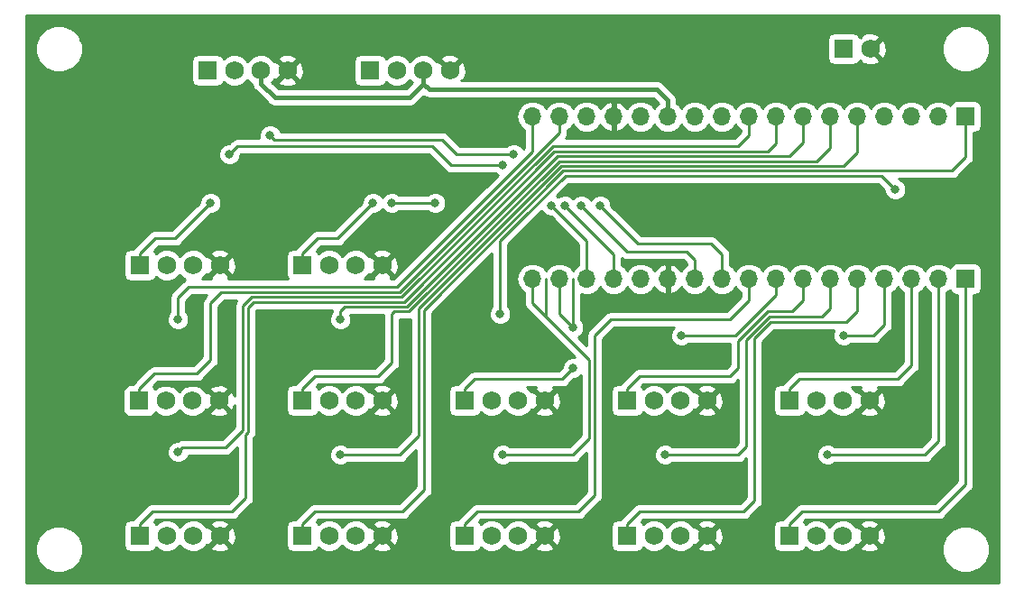
<source format=gbr>
G04 #@! TF.GenerationSoftware,KiCad,Pcbnew,(5.0.0)*
G04 #@! TF.CreationDate,2019-10-27T01:28:06-04:00*
G04 #@! TF.ProjectId,Micro-Breakoutout,4D6963726F2D427265616B6F75746F75,rev?*
G04 #@! TF.SameCoordinates,Original*
G04 #@! TF.FileFunction,Copper,L2,Bot,Signal*
G04 #@! TF.FilePolarity,Positive*
%FSLAX46Y46*%
G04 Gerber Fmt 4.6, Leading zero omitted, Abs format (unit mm)*
G04 Created by KiCad (PCBNEW (5.0.0)) date 10/27/19 01:28:06*
%MOMM*%
%LPD*%
G01*
G04 APERTURE LIST*
G04 #@! TA.AperFunction,ComponentPad*
%ADD10O,1.700000X1.700000*%
G04 #@! TD*
G04 #@! TA.AperFunction,ComponentPad*
%ADD11R,1.700000X1.700000*%
G04 #@! TD*
G04 #@! TA.AperFunction,ComponentPad*
%ADD12R,1.750000X1.750000*%
G04 #@! TD*
G04 #@! TA.AperFunction,ComponentPad*
%ADD13C,1.750000*%
G04 #@! TD*
G04 #@! TA.AperFunction,ViaPad*
%ADD14C,0.800000*%
G04 #@! TD*
G04 #@! TA.AperFunction,Conductor*
%ADD15C,0.250000*%
G04 #@! TD*
G04 #@! TA.AperFunction,Conductor*
%ADD16C,0.400000*%
G04 #@! TD*
G04 #@! TA.AperFunction,Conductor*
%ADD17C,0.254000*%
G04 #@! TD*
G04 APERTURE END LIST*
D10*
G04 #@! TO.P,J7,17*
G04 #@! TO.N,/B10LED*
X151130000Y-97790000D03*
G04 #@! TO.P,J7,16*
G04 #@! TO.N,/B10*
X153670000Y-97790000D03*
G04 #@! TO.P,J7,15*
G04 #@! TO.N,VBUS*
X156210000Y-97790000D03*
G04 #@! TO.P,J7,14*
G04 #@! TO.N,GND*
X158750000Y-97790000D03*
G04 #@! TO.P,J7,13*
G04 #@! TO.N,Net-(J7-Pad13)*
X161290000Y-97790000D03*
G04 #@! TO.P,J7,12*
G04 #@! TO.N,+5V*
X163830000Y-97790000D03*
G04 #@! TO.P,J7,11*
G04 #@! TO.N,Net-(J7-Pad11)*
X166370000Y-97790000D03*
G04 #@! TO.P,J7,10*
G04 #@! TO.N,Net-(J7-Pad10)*
X168910000Y-97790000D03*
G04 #@! TO.P,J7,9*
G04 #@! TO.N,/B9LED*
X171450000Y-97790000D03*
G04 #@! TO.P,J7,8*
G04 #@! TO.N,/B9*
X173990000Y-97790000D03*
G04 #@! TO.P,J7,7*
G04 #@! TO.N,/B8LED*
X176530000Y-97790000D03*
G04 #@! TO.P,J7,6*
G04 #@! TO.N,/B8*
X179070000Y-97790000D03*
G04 #@! TO.P,J7,5*
G04 #@! TO.N,/B7LED*
X181610000Y-97790000D03*
G04 #@! TO.P,J7,4*
G04 #@! TO.N,/B6LED*
X184150000Y-97790000D03*
G04 #@! TO.P,J7,3*
G04 #@! TO.N,Net-(J7-Pad3)*
X186690000Y-97790000D03*
G04 #@! TO.P,J7,2*
G04 #@! TO.N,+3V3*
X189230000Y-97790000D03*
D11*
G04 #@! TO.P,J7,1*
G04 #@! TO.N,/B7*
X191770000Y-97790000D03*
G04 #@! TD*
G04 #@! TO.P,J10,1*
G04 #@! TO.N,/B1*
X191770000Y-113030000D03*
D10*
G04 #@! TO.P,J10,2*
G04 #@! TO.N,/B1LED*
X189230000Y-113030000D03*
G04 #@! TO.P,J10,3*
G04 #@! TO.N,/B2*
X186690000Y-113030000D03*
G04 #@! TO.P,J10,4*
G04 #@! TO.N,/B2LED*
X184150000Y-113030000D03*
G04 #@! TO.P,J10,5*
G04 #@! TO.N,/B3*
X181610000Y-113030000D03*
G04 #@! TO.P,J10,6*
G04 #@! TO.N,/B3LED*
X179070000Y-113030000D03*
G04 #@! TO.P,J10,7*
G04 #@! TO.N,/B4*
X176530000Y-113030000D03*
G04 #@! TO.P,J10,8*
G04 #@! TO.N,/B4LED*
X173990000Y-113030000D03*
G04 #@! TO.P,J10,9*
G04 #@! TO.N,/B5*
X171450000Y-113030000D03*
G04 #@! TO.P,J10,10*
G04 #@! TO.N,/PIN3*
X168910000Y-113030000D03*
G04 #@! TO.P,J10,11*
G04 #@! TO.N,/PIN2*
X166370000Y-113030000D03*
G04 #@! TO.P,J10,12*
G04 #@! TO.N,GND*
X163830000Y-113030000D03*
G04 #@! TO.P,J10,13*
G04 #@! TO.N,Net-(J10-Pad13)*
X161290000Y-113030000D03*
G04 #@! TO.P,J10,14*
G04 #@! TO.N,/PIN0*
X158750000Y-113030000D03*
G04 #@! TO.P,J10,15*
G04 #@! TO.N,/PIN1*
X156210000Y-113030000D03*
G04 #@! TO.P,J10,16*
G04 #@! TO.N,/B6*
X153670000Y-113030000D03*
G04 #@! TO.P,J10,17*
G04 #@! TO.N,/B5LED*
X151130000Y-113030000D03*
G04 #@! TD*
D12*
G04 #@! TO.P,J17,1*
G04 #@! TO.N,/B12*
X114300000Y-111760000D03*
D13*
G04 #@! TO.P,J17,2*
G04 #@! TO.N,Net-(J17-Pad2)*
X116800000Y-111760000D03*
G04 #@! TO.P,J17,3*
G04 #@! TO.N,/LED+*
X119300000Y-111760000D03*
G04 #@! TO.P,J17,4*
G04 #@! TO.N,GND*
X121800000Y-111760000D03*
G04 #@! TD*
G04 #@! TO.P,J16,4*
G04 #@! TO.N,GND*
X137040000Y-124460000D03*
G04 #@! TO.P,J16,3*
G04 #@! TO.N,/LED+*
X134540000Y-124460000D03*
G04 #@! TO.P,J16,2*
G04 #@! TO.N,Net-(J16-Pad2)*
X132040000Y-124460000D03*
D12*
G04 #@! TO.P,J16,1*
G04 #@! TO.N,/B8*
X129540000Y-124460000D03*
G04 #@! TD*
G04 #@! TO.P,J14,1*
G04 #@! TO.N,/B10*
X114227001Y-124483001D03*
D13*
G04 #@! TO.P,J14,2*
G04 #@! TO.N,Net-(J14-Pad2)*
X116727001Y-124483001D03*
G04 #@! TO.P,J14,3*
G04 #@! TO.N,/LED+*
X119227001Y-124483001D03*
G04 #@! TO.P,J14,4*
G04 #@! TO.N,GND*
X121727001Y-124483001D03*
G04 #@! TD*
G04 #@! TO.P,J12,4*
G04 #@! TO.N,GND*
X137040000Y-111760000D03*
G04 #@! TO.P,J12,3*
G04 #@! TO.N,/LED+*
X134540000Y-111760000D03*
G04 #@! TO.P,J12,2*
G04 #@! TO.N,Net-(J12-Pad2)*
X132040000Y-111760000D03*
D12*
G04 #@! TO.P,J12,1*
G04 #@! TO.N,/B11*
X129540000Y-111760000D03*
G04 #@! TD*
D13*
G04 #@! TO.P,J13,2*
G04 #@! TO.N,GND*
X182840000Y-91440000D03*
D12*
G04 #@! TO.P,J13,1*
G04 #@! TO.N,+12V*
X180340000Y-91440000D03*
G04 #@! TD*
D13*
G04 #@! TO.P,J8,4*
G04 #@! TO.N,GND*
X152280000Y-137160000D03*
G04 #@! TO.P,J8,3*
G04 #@! TO.N,/LED+*
X149780000Y-137160000D03*
G04 #@! TO.P,J8,2*
G04 #@! TO.N,Net-(J8-Pad2)*
X147280000Y-137160000D03*
D12*
G04 #@! TO.P,J8,1*
G04 #@! TO.N,/B5*
X144780000Y-137160000D03*
G04 #@! TD*
D13*
G04 #@! TO.P,J2,4*
G04 #@! TO.N,GND*
X128150000Y-93472000D03*
G04 #@! TO.P,J2,3*
G04 #@! TO.N,+5V*
X125650000Y-93472000D03*
G04 #@! TO.P,J2,2*
G04 #@! TO.N,/QE2B*
X123150000Y-93472000D03*
D12*
G04 #@! TO.P,J2,1*
G04 #@! TO.N,/QE2A*
X120650000Y-93472000D03*
G04 #@! TD*
D13*
G04 #@! TO.P,J3,4*
G04 #@! TO.N,GND*
X182760000Y-137160000D03*
G04 #@! TO.P,J3,3*
G04 #@! TO.N,/LED+*
X180260000Y-137160000D03*
G04 #@! TO.P,J3,2*
G04 #@! TO.N,Net-(J3-Pad2)*
X177760000Y-137160000D03*
D12*
G04 #@! TO.P,J3,1*
G04 #@! TO.N,/B1*
X175260000Y-137160000D03*
G04 #@! TD*
G04 #@! TO.P,J4,1*
G04 #@! TO.N,/B2*
X175260000Y-124460000D03*
D13*
G04 #@! TO.P,J4,2*
G04 #@! TO.N,Net-(J4-Pad2)*
X177760000Y-124460000D03*
G04 #@! TO.P,J4,3*
G04 #@! TO.N,/LED+*
X180260000Y-124460000D03*
G04 #@! TO.P,J4,4*
G04 #@! TO.N,GND*
X182760000Y-124460000D03*
G04 #@! TD*
G04 #@! TO.P,J5,4*
G04 #@! TO.N,GND*
X167520000Y-137160000D03*
G04 #@! TO.P,J5,3*
G04 #@! TO.N,/LED+*
X165020000Y-137160000D03*
G04 #@! TO.P,J5,2*
G04 #@! TO.N,Net-(J5-Pad2)*
X162520000Y-137160000D03*
D12*
G04 #@! TO.P,J5,1*
G04 #@! TO.N,/B3*
X160020000Y-137160000D03*
G04 #@! TD*
G04 #@! TO.P,J9,1*
G04 #@! TO.N,/B6*
X144780000Y-124460000D03*
D13*
G04 #@! TO.P,J9,2*
G04 #@! TO.N,Net-(J9-Pad2)*
X147280000Y-124460000D03*
G04 #@! TO.P,J9,3*
G04 #@! TO.N,/LED+*
X149780000Y-124460000D03*
G04 #@! TO.P,J9,4*
G04 #@! TO.N,GND*
X152280000Y-124460000D03*
G04 #@! TD*
G04 #@! TO.P,J11,4*
G04 #@! TO.N,GND*
X137040000Y-137160000D03*
G04 #@! TO.P,J11,3*
G04 #@! TO.N,/LED+*
X134540000Y-137160000D03*
G04 #@! TO.P,J11,2*
G04 #@! TO.N,Net-(J11-Pad2)*
X132040000Y-137160000D03*
D12*
G04 #@! TO.P,J11,1*
G04 #@! TO.N,/B7*
X129540000Y-137160000D03*
G04 #@! TD*
D13*
G04 #@! TO.P,J18,4*
G04 #@! TO.N,GND*
X121800000Y-137160000D03*
G04 #@! TO.P,J18,3*
G04 #@! TO.N,/LED+*
X119300000Y-137160000D03*
G04 #@! TO.P,J18,2*
G04 #@! TO.N,Net-(J18-Pad2)*
X116800000Y-137160000D03*
D12*
G04 #@! TO.P,J18,1*
G04 #@! TO.N,/B9*
X114300000Y-137160000D03*
G04 #@! TD*
G04 #@! TO.P,J1,1*
G04 #@! TO.N,/QE1A*
X135890000Y-93472000D03*
D13*
G04 #@! TO.P,J1,2*
G04 #@! TO.N,/QE1B*
X138390000Y-93472000D03*
G04 #@! TO.P,J1,3*
G04 #@! TO.N,+5V*
X140890000Y-93472000D03*
G04 #@! TO.P,J1,4*
G04 #@! TO.N,GND*
X143390000Y-93472000D03*
G04 #@! TD*
G04 #@! TO.P,J6,4*
G04 #@! TO.N,GND*
X167520000Y-124460000D03*
G04 #@! TO.P,J6,3*
G04 #@! TO.N,/LED+*
X165020000Y-124460000D03*
G04 #@! TO.P,J6,2*
G04 #@! TO.N,Net-(J6-Pad2)*
X162520000Y-124460000D03*
D12*
G04 #@! TO.P,J6,1*
G04 #@! TO.N,/B4*
X160020000Y-124460000D03*
G04 #@! TD*
D14*
G04 #@! TO.N,/B4LED*
X165100000Y-118364000D03*
G04 #@! TO.N,/B9LED*
X117856000Y-129286000D03*
G04 #@! TO.N,/B10LED*
X117856000Y-116840000D03*
G04 #@! TO.N,/B8LED*
X133096000Y-116840000D03*
G04 #@! TO.N,/B7LED*
X133096000Y-129540000D03*
G04 #@! TO.N,/B6LED*
X185166000Y-104648000D03*
X148082000Y-116332000D03*
G04 #@! TO.N,/B5LED*
X148336000Y-129540000D03*
G04 #@! TO.N,/B3LED*
X163576000Y-129540000D03*
G04 #@! TO.N,/B2LED*
X180340000Y-118364000D03*
G04 #@! TO.N,/B1LED*
X178816000Y-129540000D03*
G04 #@! TO.N,/B11*
X136144000Y-105918000D03*
G04 #@! TO.N,/PIN0*
X154178000Y-106172000D03*
G04 #@! TO.N,/PIN1*
X137922000Y-105918000D03*
X141986000Y-105918000D03*
X152908000Y-106172000D03*
G04 #@! TO.N,/B6*
X154940000Y-121412000D03*
X154940000Y-117602000D03*
G04 #@! TO.N,/PIN3*
X126492000Y-99568000D03*
X149352000Y-101346000D03*
X157480000Y-106172000D03*
G04 #@! TO.N,/PIN2*
X122682000Y-101346000D03*
X148336000Y-102362000D03*
X155702000Y-106172000D03*
G04 #@! TO.N,/B12*
X120904000Y-105918000D03*
G04 #@! TD*
D15*
G04 #@! TO.N,/B7LED*
X138684000Y-129540000D02*
X140462000Y-127762000D01*
X133096000Y-129540000D02*
X138684000Y-129540000D01*
X140462000Y-127762000D02*
X140462000Y-115826820D01*
X140462000Y-115826820D02*
X153845380Y-102443440D01*
X181610000Y-101173440D02*
X180340000Y-102443440D01*
X181610000Y-97790000D02*
X181610000Y-101173440D01*
X153845380Y-102443440D02*
X180340000Y-102443440D01*
G04 #@! TO.N,/B6LED*
X150259999Y-107301641D02*
X154218180Y-103343460D01*
X154218180Y-103343460D02*
X183861460Y-103343460D01*
X183861460Y-103343460D02*
X185166000Y-104648000D01*
X150259999Y-107301641D02*
X148084820Y-109476820D01*
X148084820Y-109476820D02*
X148082000Y-109479640D01*
X148082000Y-109479640D02*
X148082000Y-116332000D01*
G04 #@! TO.N,/B5LED*
X148336000Y-129540000D02*
X154940000Y-129540000D01*
X154940000Y-129540000D02*
X156464000Y-128016000D01*
X156464000Y-128016000D02*
X156464000Y-120650000D01*
X152400000Y-116586000D02*
X152400000Y-113030000D01*
X156464000Y-120650000D02*
X152400000Y-116586000D01*
X152400000Y-116586000D02*
X151130000Y-115316000D01*
X151130000Y-115316000D02*
X151130000Y-113030000D01*
G04 #@! TO.N,/B4LED*
X170180000Y-118364000D02*
X165100000Y-118364000D01*
X172916010Y-115627990D02*
X170180000Y-118364000D01*
X173990000Y-114554000D02*
X172916010Y-115627990D01*
X173990000Y-113030000D02*
X173990000Y-114554000D01*
G04 #@! TO.N,/B3LED*
X170434000Y-129540000D02*
X163576000Y-129540000D01*
X173353590Y-116586000D02*
X171196000Y-118743590D01*
X171196000Y-118743590D02*
X171196000Y-128778000D01*
X171196000Y-128778000D02*
X170434000Y-129540000D01*
X179070000Y-115824000D02*
X178308000Y-116586000D01*
X179070000Y-113030000D02*
X179070000Y-115824000D01*
X178308000Y-116586000D02*
X173353590Y-116586000D01*
G04 #@! TO.N,/B2LED*
X184150000Y-117348000D02*
X183134000Y-118364000D01*
X184150000Y-113030000D02*
X184150000Y-117348000D01*
X183134000Y-118364000D02*
X180340000Y-118364000D01*
G04 #@! TO.N,/B1LED*
X189230000Y-128270000D02*
X187960000Y-129540000D01*
X189230000Y-113030000D02*
X189230000Y-128270000D01*
X178816000Y-129540000D02*
X187960000Y-129540000D01*
G04 #@! TO.N,/B9LED*
X118255999Y-128886001D02*
X117856000Y-129286000D01*
X122319999Y-128886001D02*
X118255999Y-128886001D01*
X123952000Y-127254000D02*
X122319999Y-128886001D01*
X123952000Y-115570000D02*
X123952000Y-127254000D01*
X153036410Y-100584000D02*
X138870400Y-114750010D01*
X138870400Y-114750010D02*
X124771990Y-114750010D01*
X124771990Y-114750010D02*
X123952000Y-115570000D01*
X171450000Y-99568000D02*
X170434000Y-100584000D01*
X171450000Y-97790000D02*
X171450000Y-99568000D01*
X170434000Y-100584000D02*
X153036410Y-100584000D01*
G04 #@! TO.N,/B8LED*
X133096000Y-116840000D02*
X133096000Y-116078000D01*
X133096000Y-116078000D02*
X133523971Y-115650029D01*
X133523971Y-115650029D02*
X139365971Y-115650029D01*
X139365971Y-115650029D02*
X153472580Y-101543420D01*
X176530000Y-100273420D02*
X175260000Y-101543420D01*
X176530000Y-97790000D02*
X176530000Y-100273420D01*
X153472580Y-101543420D02*
X175260000Y-101543420D01*
G04 #@! TO.N,/B11*
X136144000Y-105918000D02*
X132842000Y-109220000D01*
X129540000Y-110635000D02*
X129540000Y-111760000D01*
X130955000Y-109220000D02*
X129540000Y-110635000D01*
G04 #@! TO.N,/PIN0*
X158750000Y-113030000D02*
X158750000Y-110744000D01*
X154178000Y-106172000D02*
X158750000Y-110744000D01*
G04 #@! TO.N,/PIN1*
X137922000Y-105918000D02*
X140716000Y-105918000D01*
X141986000Y-105918000D02*
X140716000Y-105918000D01*
X156210000Y-111827919D02*
X156210000Y-109474000D01*
X156210000Y-113030000D02*
X156210000Y-111827919D01*
X156210000Y-109474000D02*
X152908000Y-106172000D01*
G04 #@! TO.N,/B8*
X129540000Y-123335000D02*
X130701000Y-122174000D01*
X129540000Y-124460000D02*
X129540000Y-123335000D01*
X130701000Y-122174000D02*
X136652000Y-122174000D01*
X136652000Y-122174000D02*
X137922000Y-120904000D01*
X137922000Y-116332000D02*
X138153961Y-116100039D01*
X137922000Y-120904000D02*
X137922000Y-116332000D01*
X138153961Y-116100039D02*
X139552372Y-116100038D01*
X139552372Y-116100038D02*
X153658980Y-101993430D01*
X179070000Y-100723430D02*
X177800000Y-101993430D01*
X179070000Y-97790000D02*
X179070000Y-100723430D01*
X153658980Y-101993430D02*
X177800000Y-101993430D01*
G04 #@! TO.N,/B4*
X160020000Y-124460000D02*
X160020000Y-123335000D01*
X161181000Y-122174000D02*
X169672000Y-122174000D01*
X160020000Y-123335000D02*
X161181000Y-122174000D01*
X169672000Y-122174000D02*
X170434000Y-121412000D01*
X170434000Y-121412000D02*
X170434000Y-118869180D01*
X170434000Y-118869180D02*
X173225180Y-116078000D01*
X176530000Y-115062000D02*
X175514000Y-116078000D01*
X176530000Y-113030000D02*
X176530000Y-115062000D01*
X173225180Y-116078000D02*
X175514000Y-116078000D01*
D16*
G04 #@! TO.N,+5V*
X140890000Y-93472000D02*
X140890000Y-94709436D01*
X125650000Y-94709436D02*
X126952564Y-96012000D01*
X125650000Y-93472000D02*
X125650000Y-94709436D01*
X139587436Y-96012000D02*
X140890000Y-94709436D01*
X126952564Y-96012000D02*
X139587436Y-96012000D01*
X141430564Y-95250000D02*
X140890000Y-94709436D01*
X162814000Y-95250000D02*
X141430564Y-95250000D01*
X163830000Y-97790000D02*
X163830000Y-96266000D01*
X163830000Y-96266000D02*
X162814000Y-95250000D01*
D15*
G04 #@! TO.N,/B9*
X114300000Y-136035000D02*
X115461000Y-134874000D01*
X114300000Y-137160000D02*
X114300000Y-136035000D01*
X115461000Y-134874000D02*
X122936000Y-134874000D01*
X122936000Y-134874000D02*
X124206000Y-133604000D01*
X124206000Y-127636410D02*
X124460000Y-127382410D01*
X124206000Y-133604000D02*
X124206000Y-127636410D01*
X124460000Y-127382410D02*
X124460000Y-115698410D01*
X124958390Y-115200020D02*
X139056801Y-115200019D01*
X124460000Y-115698410D02*
X124958390Y-115200020D01*
X139056801Y-115200019D02*
X153163410Y-101093410D01*
X173990000Y-100331410D02*
X173228000Y-101093410D01*
X173990000Y-97790000D02*
X173990000Y-100331410D01*
X153163410Y-101093410D02*
X173228000Y-101093410D01*
G04 #@! TO.N,/B7*
X129540000Y-136035000D02*
X130701000Y-134874000D01*
X129540000Y-137160000D02*
X129540000Y-136035000D01*
X130701000Y-134874000D02*
X138938000Y-134874000D01*
X140970000Y-132842000D02*
X140970000Y-115955230D01*
X138938000Y-134874000D02*
X140970000Y-132842000D01*
X140970000Y-115955230D02*
X154031780Y-102893450D01*
X191770000Y-101623450D02*
X190500000Y-102893450D01*
X191770000Y-97790000D02*
X191770000Y-101623450D01*
X154031780Y-102893450D02*
X190500000Y-102893450D01*
G04 #@! TO.N,/B6*
X144780000Y-123335000D02*
X145687000Y-122428000D01*
X144780000Y-124460000D02*
X144780000Y-123335000D01*
X145687000Y-122428000D02*
X153924000Y-122428000D01*
X153924000Y-122428000D02*
X154940000Y-121412000D01*
X154940000Y-117036315D02*
X154940000Y-113030000D01*
X154940000Y-117602000D02*
X154940000Y-117036315D01*
X153670000Y-116332000D02*
X154940000Y-117602000D01*
X153670000Y-113030000D02*
X153670000Y-116332000D01*
G04 #@! TO.N,/B3*
X160020000Y-136035000D02*
X161181000Y-134874000D01*
X160020000Y-137160000D02*
X160020000Y-136035000D01*
X161181000Y-134874000D02*
X170942000Y-134874000D01*
X170942000Y-134874000D02*
X171958000Y-133858000D01*
X171958000Y-133858000D02*
X171958000Y-118618000D01*
X171958000Y-118618000D02*
X173482000Y-117094000D01*
X181610000Y-116078000D02*
X180594000Y-117094000D01*
X181610000Y-113030000D02*
X181610000Y-116078000D01*
X173482000Y-117094000D02*
X180594000Y-117094000D01*
G04 #@! TO.N,/B2*
X175260000Y-123335000D02*
X176167000Y-122428000D01*
X175260000Y-124460000D02*
X175260000Y-123335000D01*
X186690000Y-121158000D02*
X185420000Y-122428000D01*
X186690000Y-113030000D02*
X186690000Y-121158000D01*
X176167000Y-122428000D02*
X185420000Y-122428000D01*
G04 #@! TO.N,/B1*
X175260000Y-136035000D02*
X175260000Y-137160000D01*
X176421000Y-134874000D02*
X175260000Y-136035000D01*
X189230000Y-134874000D02*
X176421000Y-134874000D01*
X191770000Y-114130000D02*
X191770000Y-132334000D01*
X191770000Y-113030000D02*
X191770000Y-114130000D01*
X191770000Y-132334000D02*
X189230000Y-134874000D01*
G04 #@! TO.N,/B5*
X144780000Y-136035000D02*
X145941000Y-134874000D01*
X144780000Y-137160000D02*
X144780000Y-136035000D01*
X145941000Y-134874000D02*
X155448000Y-134874000D01*
X155448000Y-134874000D02*
X156972000Y-133350000D01*
X156972000Y-133350000D02*
X156972000Y-118364000D01*
X156972000Y-118364000D02*
X158496000Y-116840000D01*
X171450000Y-113030000D02*
X171450000Y-115062000D01*
X171450000Y-115062000D02*
X169672000Y-116840000D01*
X158496000Y-116840000D02*
X169672000Y-116840000D01*
G04 #@! TO.N,/PIN3*
X126891999Y-99967999D02*
X142639999Y-99967999D01*
X126492000Y-99568000D02*
X126891999Y-99967999D01*
X142639999Y-99967999D02*
X144018000Y-101346000D01*
X144018000Y-101346000D02*
X148082000Y-101346000D01*
X157480000Y-106172000D02*
X161036000Y-109728000D01*
X148082000Y-101346000D02*
X149352000Y-101346000D01*
X168910000Y-110744000D02*
X167894000Y-109728000D01*
X168910000Y-113030000D02*
X168910000Y-110744000D01*
X161036000Y-109728000D02*
X167894000Y-109728000D01*
G04 #@! TO.N,/PIN2*
X147066000Y-102362000D02*
X143510000Y-102362000D01*
X143510000Y-102362000D02*
X141732000Y-100584000D01*
X122682000Y-101346000D02*
X123444000Y-100584000D01*
X141732000Y-100584000D02*
X123444000Y-100584000D01*
X155702000Y-106172000D02*
X160020000Y-110490000D01*
X147066000Y-102362000D02*
X148336000Y-102362000D01*
X166370000Y-111252000D02*
X165608000Y-110490000D01*
X166370000Y-113030000D02*
X166370000Y-111252000D01*
X160020000Y-110490000D02*
X165608000Y-110490000D01*
G04 #@! TO.N,/B10LED*
X118872000Y-113792000D02*
X138430000Y-113792000D01*
X117856000Y-116840000D02*
X117856000Y-114808000D01*
X117856000Y-114808000D02*
X118872000Y-113792000D01*
X151130000Y-97790000D02*
X151130000Y-101092000D01*
X138430000Y-113792000D02*
X151130000Y-101092000D01*
G04 #@! TO.N,/B12*
X115715000Y-109220000D02*
X114300000Y-110635000D01*
X114300000Y-110635000D02*
X114300000Y-111760000D01*
X117602000Y-109220000D02*
X117348000Y-109220000D01*
X120904000Y-105918000D02*
X117602000Y-109220000D01*
X117348000Y-109220000D02*
X115715000Y-109220000D01*
G04 #@! TO.N,/B11*
X130955000Y-109220000D02*
X132842000Y-109220000D01*
G04 #@! TO.N,/B10*
X114227001Y-123358001D02*
X114227001Y-124483001D01*
X115665002Y-121920000D02*
X114227001Y-123358001D01*
X119634000Y-121920000D02*
X115665002Y-121920000D01*
X120904000Y-120650000D02*
X119634000Y-121920000D01*
X120904000Y-115316000D02*
X120904000Y-120650000D01*
X153162000Y-99822000D02*
X138684000Y-114300000D01*
X138684000Y-114300000D02*
X121920000Y-114300000D01*
X121920000Y-114300000D02*
X120904000Y-115316000D01*
X153670000Y-97790000D02*
X153670000Y-98992081D01*
X153162000Y-99822000D02*
X153670000Y-99314000D01*
X153670000Y-99314000D02*
X153670000Y-98992081D01*
G04 #@! TD*
D17*
G04 #@! TO.N,GND*
G36*
X194870001Y-141530000D02*
X103580000Y-141530000D01*
X103580000Y-137985431D01*
X104445000Y-137985431D01*
X104445000Y-138874569D01*
X104785259Y-139696026D01*
X105413974Y-140324741D01*
X106235431Y-140665000D01*
X107124569Y-140665000D01*
X107946026Y-140324741D01*
X108574741Y-139696026D01*
X108915000Y-138874569D01*
X108915000Y-137985431D01*
X108574741Y-137163974D01*
X107946026Y-136535259D01*
X107124569Y-136195000D01*
X106235431Y-136195000D01*
X105413974Y-136535259D01*
X104785259Y-137163974D01*
X104445000Y-137985431D01*
X103580000Y-137985431D01*
X103580000Y-123608001D01*
X112704561Y-123608001D01*
X112704561Y-125358001D01*
X112753844Y-125605766D01*
X112894192Y-125815810D01*
X113104236Y-125956158D01*
X113352001Y-126005441D01*
X115102001Y-126005441D01*
X115349766Y-125956158D01*
X115559810Y-125815810D01*
X115700158Y-125605766D01*
X115702505Y-125593967D01*
X115871655Y-125763117D01*
X116426643Y-125993001D01*
X117027359Y-125993001D01*
X117582347Y-125763117D01*
X117977001Y-125368463D01*
X118371655Y-125763117D01*
X118926643Y-125993001D01*
X119527359Y-125993001D01*
X120082347Y-125763117D01*
X120300403Y-125545061D01*
X120844546Y-125545061D01*
X120927885Y-125798954D01*
X121492307Y-126004591D01*
X122092459Y-125978580D01*
X122526117Y-125798954D01*
X122609456Y-125545061D01*
X121727001Y-124662606D01*
X120844546Y-125545061D01*
X120300403Y-125545061D01*
X120507117Y-125338347D01*
X120516122Y-125316607D01*
X120664941Y-125365456D01*
X121547396Y-124483001D01*
X120664941Y-123600546D01*
X120516122Y-123649395D01*
X120507117Y-123627655D01*
X120300403Y-123420941D01*
X120844546Y-123420941D01*
X121727001Y-124303396D01*
X122609456Y-123420941D01*
X122526117Y-123167048D01*
X121961695Y-122961411D01*
X121361543Y-122987422D01*
X120927885Y-123167048D01*
X120844546Y-123420941D01*
X120300403Y-123420941D01*
X120082347Y-123202885D01*
X119527359Y-122973001D01*
X118926643Y-122973001D01*
X118371655Y-123202885D01*
X117977001Y-123597539D01*
X117582347Y-123202885D01*
X117027359Y-122973001D01*
X116426643Y-122973001D01*
X115871655Y-123202885D01*
X115702505Y-123372035D01*
X115700158Y-123360236D01*
X115559810Y-123150192D01*
X115529718Y-123130085D01*
X115979804Y-122680000D01*
X119559153Y-122680000D01*
X119634000Y-122694888D01*
X119708847Y-122680000D01*
X119708852Y-122680000D01*
X119930537Y-122635904D01*
X120181929Y-122467929D01*
X120224331Y-122404470D01*
X121388473Y-121240329D01*
X121451929Y-121197929D01*
X121619904Y-120946537D01*
X121664000Y-120724852D01*
X121664000Y-120724848D01*
X121678888Y-120650001D01*
X121664000Y-120575154D01*
X121664000Y-115630801D01*
X122234802Y-115060000D01*
X123378728Y-115060000D01*
X123236096Y-115273464D01*
X123192000Y-115495149D01*
X123192000Y-115495153D01*
X123177112Y-115570000D01*
X123192000Y-115644847D01*
X123192001Y-124043718D01*
X123042954Y-123683885D01*
X122789061Y-123600546D01*
X121906606Y-124483001D01*
X122789061Y-125365456D01*
X123042954Y-125282117D01*
X123192001Y-124873021D01*
X123192001Y-126939197D01*
X122005198Y-128126001D01*
X118330845Y-128126001D01*
X118255998Y-128111113D01*
X118181151Y-128126001D01*
X118181147Y-128126001D01*
X117959462Y-128170097D01*
X117838382Y-128251000D01*
X117650126Y-128251000D01*
X117269720Y-128408569D01*
X116978569Y-128699720D01*
X116821000Y-129080126D01*
X116821000Y-129491874D01*
X116978569Y-129872280D01*
X117269720Y-130163431D01*
X117650126Y-130321000D01*
X118061874Y-130321000D01*
X118442280Y-130163431D01*
X118733431Y-129872280D01*
X118827159Y-129646001D01*
X122245152Y-129646001D01*
X122319999Y-129660889D01*
X122394846Y-129646001D01*
X122394851Y-129646001D01*
X122616536Y-129601905D01*
X122867928Y-129433930D01*
X122910330Y-129370471D01*
X123446001Y-128834801D01*
X123446000Y-133289198D01*
X122621199Y-134114000D01*
X115535847Y-134114000D01*
X115461000Y-134099112D01*
X115386153Y-134114000D01*
X115386148Y-134114000D01*
X115164463Y-134158096D01*
X114913071Y-134326071D01*
X114870671Y-134389527D01*
X113815528Y-135444671D01*
X113752072Y-135487071D01*
X113709672Y-135550527D01*
X113709671Y-135550528D01*
X113651518Y-135637560D01*
X113425000Y-135637560D01*
X113177235Y-135686843D01*
X112967191Y-135827191D01*
X112826843Y-136037235D01*
X112777560Y-136285000D01*
X112777560Y-138035000D01*
X112826843Y-138282765D01*
X112967191Y-138492809D01*
X113177235Y-138633157D01*
X113425000Y-138682440D01*
X115175000Y-138682440D01*
X115422765Y-138633157D01*
X115632809Y-138492809D01*
X115773157Y-138282765D01*
X115775504Y-138270966D01*
X115944654Y-138440116D01*
X116499642Y-138670000D01*
X117100358Y-138670000D01*
X117655346Y-138440116D01*
X118050000Y-138045462D01*
X118444654Y-138440116D01*
X118999642Y-138670000D01*
X119600358Y-138670000D01*
X120155346Y-138440116D01*
X120373402Y-138222060D01*
X120917545Y-138222060D01*
X121000884Y-138475953D01*
X121565306Y-138681590D01*
X122165458Y-138655579D01*
X122599116Y-138475953D01*
X122682455Y-138222060D01*
X121800000Y-137339605D01*
X120917545Y-138222060D01*
X120373402Y-138222060D01*
X120580116Y-138015346D01*
X120589121Y-137993606D01*
X120737940Y-138042455D01*
X121620395Y-137160000D01*
X121979605Y-137160000D01*
X122862060Y-138042455D01*
X123115953Y-137959116D01*
X123321590Y-137394694D01*
X123295579Y-136794542D01*
X123115953Y-136360884D01*
X122862060Y-136277545D01*
X121979605Y-137160000D01*
X121620395Y-137160000D01*
X120737940Y-136277545D01*
X120589121Y-136326394D01*
X120580116Y-136304654D01*
X120373402Y-136097940D01*
X120917545Y-136097940D01*
X121800000Y-136980395D01*
X122682455Y-136097940D01*
X122599116Y-135844047D01*
X122034694Y-135638410D01*
X121434542Y-135664421D01*
X121000884Y-135844047D01*
X120917545Y-136097940D01*
X120373402Y-136097940D01*
X120155346Y-135879884D01*
X119600358Y-135650000D01*
X118999642Y-135650000D01*
X118444654Y-135879884D01*
X118050000Y-136274538D01*
X117655346Y-135879884D01*
X117100358Y-135650000D01*
X116499642Y-135650000D01*
X115944654Y-135879884D01*
X115775504Y-136049034D01*
X115773157Y-136037235D01*
X115632809Y-135827191D01*
X115602717Y-135807084D01*
X115775802Y-135634000D01*
X122861153Y-135634000D01*
X122936000Y-135648888D01*
X123010847Y-135634000D01*
X123010852Y-135634000D01*
X123232537Y-135589904D01*
X123483929Y-135421929D01*
X123526331Y-135358470D01*
X124690473Y-134194329D01*
X124753929Y-134151929D01*
X124921904Y-133900537D01*
X124966000Y-133678852D01*
X124966000Y-133678848D01*
X124980888Y-133604001D01*
X124966000Y-133529154D01*
X124966000Y-127958355D01*
X125007929Y-127930339D01*
X125175904Y-127678947D01*
X125220000Y-127457262D01*
X125220000Y-127457258D01*
X125234888Y-127382411D01*
X125220000Y-127307564D01*
X125220000Y-116013211D01*
X125273192Y-115960020D01*
X132344579Y-115960019D01*
X132336000Y-116003148D01*
X132336000Y-116003153D01*
X132321112Y-116078000D01*
X132333253Y-116139036D01*
X132218569Y-116253720D01*
X132061000Y-116634126D01*
X132061000Y-117045874D01*
X132218569Y-117426280D01*
X132509720Y-117717431D01*
X132890126Y-117875000D01*
X133301874Y-117875000D01*
X133682280Y-117717431D01*
X133973431Y-117426280D01*
X134131000Y-117045874D01*
X134131000Y-116634126D01*
X134038176Y-116410029D01*
X137162001Y-116410029D01*
X137162000Y-120589198D01*
X136337199Y-121414000D01*
X130775847Y-121414000D01*
X130701000Y-121399112D01*
X130626153Y-121414000D01*
X130626148Y-121414000D01*
X130404463Y-121458096D01*
X130153071Y-121626071D01*
X130110671Y-121689527D01*
X129055528Y-122744671D01*
X128992072Y-122787071D01*
X128949672Y-122850527D01*
X128949671Y-122850528D01*
X128891518Y-122937560D01*
X128665000Y-122937560D01*
X128417235Y-122986843D01*
X128207191Y-123127191D01*
X128066843Y-123337235D01*
X128017560Y-123585000D01*
X128017560Y-125335000D01*
X128066843Y-125582765D01*
X128207191Y-125792809D01*
X128417235Y-125933157D01*
X128665000Y-125982440D01*
X130415000Y-125982440D01*
X130662765Y-125933157D01*
X130872809Y-125792809D01*
X131013157Y-125582765D01*
X131015504Y-125570966D01*
X131184654Y-125740116D01*
X131739642Y-125970000D01*
X132340358Y-125970000D01*
X132895346Y-125740116D01*
X133290000Y-125345462D01*
X133684654Y-125740116D01*
X134239642Y-125970000D01*
X134840358Y-125970000D01*
X135395346Y-125740116D01*
X135613402Y-125522060D01*
X136157545Y-125522060D01*
X136240884Y-125775953D01*
X136805306Y-125981590D01*
X137405458Y-125955579D01*
X137839116Y-125775953D01*
X137922455Y-125522060D01*
X137040000Y-124639605D01*
X136157545Y-125522060D01*
X135613402Y-125522060D01*
X135820116Y-125315346D01*
X135829121Y-125293606D01*
X135977940Y-125342455D01*
X136860395Y-124460000D01*
X137219605Y-124460000D01*
X138102060Y-125342455D01*
X138355953Y-125259116D01*
X138561590Y-124694694D01*
X138535579Y-124094542D01*
X138355953Y-123660884D01*
X138102060Y-123577545D01*
X137219605Y-124460000D01*
X136860395Y-124460000D01*
X135977940Y-123577545D01*
X135829121Y-123626394D01*
X135820116Y-123604654D01*
X135613402Y-123397940D01*
X136157545Y-123397940D01*
X137040000Y-124280395D01*
X137922455Y-123397940D01*
X137839116Y-123144047D01*
X137274694Y-122938410D01*
X136674542Y-122964421D01*
X136240884Y-123144047D01*
X136157545Y-123397940D01*
X135613402Y-123397940D01*
X135395346Y-123179884D01*
X134840358Y-122950000D01*
X134239642Y-122950000D01*
X133684654Y-123179884D01*
X133290000Y-123574538D01*
X132895346Y-123179884D01*
X132340358Y-122950000D01*
X131739642Y-122950000D01*
X131184654Y-123179884D01*
X131015504Y-123349034D01*
X131013157Y-123337235D01*
X130872809Y-123127191D01*
X130842717Y-123107084D01*
X131015802Y-122934000D01*
X136577153Y-122934000D01*
X136652000Y-122948888D01*
X136726847Y-122934000D01*
X136726852Y-122934000D01*
X136948537Y-122889904D01*
X137199929Y-122721929D01*
X137242331Y-122658470D01*
X138406473Y-121494329D01*
X138469929Y-121451929D01*
X138637904Y-121200537D01*
X138682000Y-120978852D01*
X138682000Y-120978848D01*
X138696888Y-120904001D01*
X138682000Y-120829154D01*
X138682000Y-116860038D01*
X139477521Y-116860037D01*
X139552372Y-116874926D01*
X139702001Y-116845163D01*
X139702000Y-127447198D01*
X138369199Y-128780000D01*
X133799711Y-128780000D01*
X133682280Y-128662569D01*
X133301874Y-128505000D01*
X132890126Y-128505000D01*
X132509720Y-128662569D01*
X132218569Y-128953720D01*
X132061000Y-129334126D01*
X132061000Y-129745874D01*
X132218569Y-130126280D01*
X132509720Y-130417431D01*
X132890126Y-130575000D01*
X133301874Y-130575000D01*
X133682280Y-130417431D01*
X133799711Y-130300000D01*
X138609153Y-130300000D01*
X138684000Y-130314888D01*
X138758847Y-130300000D01*
X138758852Y-130300000D01*
X138980537Y-130255904D01*
X139231929Y-130087929D01*
X139274331Y-130024470D01*
X140210000Y-129088801D01*
X140210000Y-132527198D01*
X138623199Y-134114000D01*
X130775847Y-134114000D01*
X130701000Y-134099112D01*
X130626153Y-134114000D01*
X130626148Y-134114000D01*
X130404463Y-134158096D01*
X130153071Y-134326071D01*
X130110671Y-134389527D01*
X129055528Y-135444671D01*
X128992072Y-135487071D01*
X128949672Y-135550527D01*
X128949671Y-135550528D01*
X128891518Y-135637560D01*
X128665000Y-135637560D01*
X128417235Y-135686843D01*
X128207191Y-135827191D01*
X128066843Y-136037235D01*
X128017560Y-136285000D01*
X128017560Y-138035000D01*
X128066843Y-138282765D01*
X128207191Y-138492809D01*
X128417235Y-138633157D01*
X128665000Y-138682440D01*
X130415000Y-138682440D01*
X130662765Y-138633157D01*
X130872809Y-138492809D01*
X131013157Y-138282765D01*
X131015504Y-138270966D01*
X131184654Y-138440116D01*
X131739642Y-138670000D01*
X132340358Y-138670000D01*
X132895346Y-138440116D01*
X133290000Y-138045462D01*
X133684654Y-138440116D01*
X134239642Y-138670000D01*
X134840358Y-138670000D01*
X135395346Y-138440116D01*
X135613402Y-138222060D01*
X136157545Y-138222060D01*
X136240884Y-138475953D01*
X136805306Y-138681590D01*
X137405458Y-138655579D01*
X137839116Y-138475953D01*
X137922455Y-138222060D01*
X137040000Y-137339605D01*
X136157545Y-138222060D01*
X135613402Y-138222060D01*
X135820116Y-138015346D01*
X135829121Y-137993606D01*
X135977940Y-138042455D01*
X136860395Y-137160000D01*
X137219605Y-137160000D01*
X138102060Y-138042455D01*
X138355953Y-137959116D01*
X138561590Y-137394694D01*
X138535579Y-136794542D01*
X138355953Y-136360884D01*
X138102060Y-136277545D01*
X137219605Y-137160000D01*
X136860395Y-137160000D01*
X135977940Y-136277545D01*
X135829121Y-136326394D01*
X135820116Y-136304654D01*
X135613402Y-136097940D01*
X136157545Y-136097940D01*
X137040000Y-136980395D01*
X137922455Y-136097940D01*
X137839116Y-135844047D01*
X137274694Y-135638410D01*
X136674542Y-135664421D01*
X136240884Y-135844047D01*
X136157545Y-136097940D01*
X135613402Y-136097940D01*
X135395346Y-135879884D01*
X134840358Y-135650000D01*
X134239642Y-135650000D01*
X133684654Y-135879884D01*
X133290000Y-136274538D01*
X132895346Y-135879884D01*
X132340358Y-135650000D01*
X131739642Y-135650000D01*
X131184654Y-135879884D01*
X131015504Y-136049034D01*
X131013157Y-136037235D01*
X130872809Y-135827191D01*
X130842717Y-135807084D01*
X131015802Y-135634000D01*
X138863153Y-135634000D01*
X138938000Y-135648888D01*
X139012847Y-135634000D01*
X139012852Y-135634000D01*
X139234537Y-135589904D01*
X139485929Y-135421929D01*
X139528331Y-135358470D01*
X141454473Y-133432329D01*
X141517929Y-133389929D01*
X141685904Y-133138537D01*
X141730000Y-132916852D01*
X141730000Y-132916847D01*
X141744888Y-132842000D01*
X141730000Y-132767153D01*
X141730000Y-116270031D01*
X147322000Y-110678032D01*
X147322001Y-115628288D01*
X147204569Y-115745720D01*
X147047000Y-116126126D01*
X147047000Y-116537874D01*
X147204569Y-116918280D01*
X147495720Y-117209431D01*
X147876126Y-117367000D01*
X148287874Y-117367000D01*
X148668280Y-117209431D01*
X148959431Y-116918280D01*
X149117000Y-116537874D01*
X149117000Y-116126126D01*
X148959431Y-115745720D01*
X148842000Y-115628289D01*
X148842000Y-109794441D01*
X150850328Y-107786114D01*
X150850330Y-107786111D01*
X151985930Y-106650511D01*
X152030569Y-106758280D01*
X152321720Y-107049431D01*
X152702126Y-107207000D01*
X152868199Y-107207000D01*
X155450001Y-109788803D01*
X155450000Y-111751822D01*
X155139375Y-111959375D01*
X154941563Y-112255422D01*
X154940000Y-112255111D01*
X154938437Y-112255422D01*
X154740625Y-111959375D01*
X154249418Y-111631161D01*
X153816256Y-111545000D01*
X153523744Y-111545000D01*
X153090582Y-111631161D01*
X152599375Y-111959375D01*
X152401563Y-112255422D01*
X152400000Y-112255111D01*
X152398437Y-112255422D01*
X152200625Y-111959375D01*
X151709418Y-111631161D01*
X151276256Y-111545000D01*
X150983744Y-111545000D01*
X150550582Y-111631161D01*
X150059375Y-111959375D01*
X149731161Y-112450582D01*
X149615908Y-113030000D01*
X149731161Y-113609418D01*
X150059375Y-114100625D01*
X150370000Y-114308178D01*
X150370000Y-115241153D01*
X150355112Y-115316000D01*
X150370000Y-115390847D01*
X150370000Y-115390851D01*
X150414096Y-115612536D01*
X150582071Y-115863929D01*
X150645530Y-115906331D01*
X151809670Y-117070472D01*
X151852071Y-117133929D01*
X151915530Y-117176331D01*
X155116198Y-120377000D01*
X154734126Y-120377000D01*
X154353720Y-120534569D01*
X154062569Y-120825720D01*
X153905000Y-121206126D01*
X153905000Y-121372198D01*
X153609199Y-121668000D01*
X145761848Y-121668000D01*
X145687000Y-121653112D01*
X145612152Y-121668000D01*
X145612148Y-121668000D01*
X145438605Y-121702520D01*
X145390462Y-121712096D01*
X145203418Y-121837076D01*
X145139071Y-121880071D01*
X145096671Y-121943527D01*
X144295528Y-122744671D01*
X144232072Y-122787071D01*
X144189672Y-122850527D01*
X144189671Y-122850528D01*
X144131518Y-122937560D01*
X143905000Y-122937560D01*
X143657235Y-122986843D01*
X143447191Y-123127191D01*
X143306843Y-123337235D01*
X143257560Y-123585000D01*
X143257560Y-125335000D01*
X143306843Y-125582765D01*
X143447191Y-125792809D01*
X143657235Y-125933157D01*
X143905000Y-125982440D01*
X145655000Y-125982440D01*
X145902765Y-125933157D01*
X146112809Y-125792809D01*
X146253157Y-125582765D01*
X146255504Y-125570966D01*
X146424654Y-125740116D01*
X146979642Y-125970000D01*
X147580358Y-125970000D01*
X148135346Y-125740116D01*
X148530000Y-125345462D01*
X148924654Y-125740116D01*
X149479642Y-125970000D01*
X150080358Y-125970000D01*
X150635346Y-125740116D01*
X150853402Y-125522060D01*
X151397545Y-125522060D01*
X151480884Y-125775953D01*
X152045306Y-125981590D01*
X152645458Y-125955579D01*
X153079116Y-125775953D01*
X153162455Y-125522060D01*
X152280000Y-124639605D01*
X151397545Y-125522060D01*
X150853402Y-125522060D01*
X151060116Y-125315346D01*
X151069121Y-125293606D01*
X151217940Y-125342455D01*
X152100395Y-124460000D01*
X152459605Y-124460000D01*
X153342060Y-125342455D01*
X153595953Y-125259116D01*
X153801590Y-124694694D01*
X153775579Y-124094542D01*
X153595953Y-123660884D01*
X153342060Y-123577545D01*
X152459605Y-124460000D01*
X152100395Y-124460000D01*
X151217940Y-123577545D01*
X151069121Y-123626394D01*
X151060116Y-123604654D01*
X150643462Y-123188000D01*
X151466457Y-123188000D01*
X151397545Y-123397940D01*
X152280000Y-124280395D01*
X153162455Y-123397940D01*
X153093543Y-123188000D01*
X153849153Y-123188000D01*
X153924000Y-123202888D01*
X153998847Y-123188000D01*
X153998852Y-123188000D01*
X154220537Y-123143904D01*
X154471929Y-122975929D01*
X154514331Y-122912470D01*
X154979802Y-122447000D01*
X155145874Y-122447000D01*
X155526280Y-122289431D01*
X155704001Y-122111710D01*
X155704000Y-127701197D01*
X154625199Y-128780000D01*
X149039711Y-128780000D01*
X148922280Y-128662569D01*
X148541874Y-128505000D01*
X148130126Y-128505000D01*
X147749720Y-128662569D01*
X147458569Y-128953720D01*
X147301000Y-129334126D01*
X147301000Y-129745874D01*
X147458569Y-130126280D01*
X147749720Y-130417431D01*
X148130126Y-130575000D01*
X148541874Y-130575000D01*
X148922280Y-130417431D01*
X149039711Y-130300000D01*
X154865153Y-130300000D01*
X154940000Y-130314888D01*
X155014847Y-130300000D01*
X155014852Y-130300000D01*
X155236537Y-130255904D01*
X155487929Y-130087929D01*
X155530331Y-130024470D01*
X156212000Y-129342802D01*
X156212000Y-133035197D01*
X155133199Y-134114000D01*
X146015847Y-134114000D01*
X145941000Y-134099112D01*
X145866153Y-134114000D01*
X145866148Y-134114000D01*
X145644463Y-134158096D01*
X145393071Y-134326071D01*
X145350671Y-134389527D01*
X144295528Y-135444671D01*
X144232072Y-135487071D01*
X144189672Y-135550527D01*
X144189671Y-135550528D01*
X144131518Y-135637560D01*
X143905000Y-135637560D01*
X143657235Y-135686843D01*
X143447191Y-135827191D01*
X143306843Y-136037235D01*
X143257560Y-136285000D01*
X143257560Y-138035000D01*
X143306843Y-138282765D01*
X143447191Y-138492809D01*
X143657235Y-138633157D01*
X143905000Y-138682440D01*
X145655000Y-138682440D01*
X145902765Y-138633157D01*
X146112809Y-138492809D01*
X146253157Y-138282765D01*
X146255504Y-138270966D01*
X146424654Y-138440116D01*
X146979642Y-138670000D01*
X147580358Y-138670000D01*
X148135346Y-138440116D01*
X148530000Y-138045462D01*
X148924654Y-138440116D01*
X149479642Y-138670000D01*
X150080358Y-138670000D01*
X150635346Y-138440116D01*
X150853402Y-138222060D01*
X151397545Y-138222060D01*
X151480884Y-138475953D01*
X152045306Y-138681590D01*
X152645458Y-138655579D01*
X153079116Y-138475953D01*
X153162455Y-138222060D01*
X152280000Y-137339605D01*
X151397545Y-138222060D01*
X150853402Y-138222060D01*
X151060116Y-138015346D01*
X151069121Y-137993606D01*
X151217940Y-138042455D01*
X152100395Y-137160000D01*
X152459605Y-137160000D01*
X153342060Y-138042455D01*
X153595953Y-137959116D01*
X153801590Y-137394694D01*
X153775579Y-136794542D01*
X153595953Y-136360884D01*
X153342060Y-136277545D01*
X152459605Y-137160000D01*
X152100395Y-137160000D01*
X151217940Y-136277545D01*
X151069121Y-136326394D01*
X151060116Y-136304654D01*
X150853402Y-136097940D01*
X151397545Y-136097940D01*
X152280000Y-136980395D01*
X153162455Y-136097940D01*
X153079116Y-135844047D01*
X152514694Y-135638410D01*
X151914542Y-135664421D01*
X151480884Y-135844047D01*
X151397545Y-136097940D01*
X150853402Y-136097940D01*
X150635346Y-135879884D01*
X150080358Y-135650000D01*
X149479642Y-135650000D01*
X148924654Y-135879884D01*
X148530000Y-136274538D01*
X148135346Y-135879884D01*
X147580358Y-135650000D01*
X146979642Y-135650000D01*
X146424654Y-135879884D01*
X146255504Y-136049034D01*
X146253157Y-136037235D01*
X146112809Y-135827191D01*
X146082717Y-135807084D01*
X146255802Y-135634000D01*
X155373153Y-135634000D01*
X155448000Y-135648888D01*
X155522847Y-135634000D01*
X155522852Y-135634000D01*
X155744537Y-135589904D01*
X155995929Y-135421929D01*
X156038331Y-135358470D01*
X157456476Y-133940327D01*
X157519929Y-133897929D01*
X157562327Y-133834476D01*
X157562329Y-133834474D01*
X157687903Y-133646538D01*
X157687904Y-133646537D01*
X157732000Y-133424852D01*
X157732000Y-133424848D01*
X157746888Y-133350001D01*
X157732000Y-133275154D01*
X157732000Y-118678801D01*
X158810803Y-117600000D01*
X164400289Y-117600000D01*
X164222569Y-117777720D01*
X164065000Y-118158126D01*
X164065000Y-118569874D01*
X164222569Y-118950280D01*
X164513720Y-119241431D01*
X164894126Y-119399000D01*
X165305874Y-119399000D01*
X165686280Y-119241431D01*
X165803711Y-119124000D01*
X169674001Y-119124000D01*
X169674000Y-121097198D01*
X169357199Y-121414000D01*
X161255847Y-121414000D01*
X161181000Y-121399112D01*
X161106153Y-121414000D01*
X161106148Y-121414000D01*
X160884463Y-121458096D01*
X160633071Y-121626071D01*
X160590671Y-121689527D01*
X159535528Y-122744671D01*
X159472072Y-122787071D01*
X159429672Y-122850527D01*
X159429671Y-122850528D01*
X159371518Y-122937560D01*
X159145000Y-122937560D01*
X158897235Y-122986843D01*
X158687191Y-123127191D01*
X158546843Y-123337235D01*
X158497560Y-123585000D01*
X158497560Y-125335000D01*
X158546843Y-125582765D01*
X158687191Y-125792809D01*
X158897235Y-125933157D01*
X159145000Y-125982440D01*
X160895000Y-125982440D01*
X161142765Y-125933157D01*
X161352809Y-125792809D01*
X161493157Y-125582765D01*
X161495504Y-125570966D01*
X161664654Y-125740116D01*
X162219642Y-125970000D01*
X162820358Y-125970000D01*
X163375346Y-125740116D01*
X163770000Y-125345462D01*
X164164654Y-125740116D01*
X164719642Y-125970000D01*
X165320358Y-125970000D01*
X165875346Y-125740116D01*
X166093402Y-125522060D01*
X166637545Y-125522060D01*
X166720884Y-125775953D01*
X167285306Y-125981590D01*
X167885458Y-125955579D01*
X168319116Y-125775953D01*
X168402455Y-125522060D01*
X167520000Y-124639605D01*
X166637545Y-125522060D01*
X166093402Y-125522060D01*
X166300116Y-125315346D01*
X166309121Y-125293606D01*
X166457940Y-125342455D01*
X167340395Y-124460000D01*
X167699605Y-124460000D01*
X168582060Y-125342455D01*
X168835953Y-125259116D01*
X169041590Y-124694694D01*
X169015579Y-124094542D01*
X168835953Y-123660884D01*
X168582060Y-123577545D01*
X167699605Y-124460000D01*
X167340395Y-124460000D01*
X166457940Y-123577545D01*
X166309121Y-123626394D01*
X166300116Y-123604654D01*
X166093402Y-123397940D01*
X166637545Y-123397940D01*
X167520000Y-124280395D01*
X168402455Y-123397940D01*
X168319116Y-123144047D01*
X167754694Y-122938410D01*
X167154542Y-122964421D01*
X166720884Y-123144047D01*
X166637545Y-123397940D01*
X166093402Y-123397940D01*
X165875346Y-123179884D01*
X165320358Y-122950000D01*
X164719642Y-122950000D01*
X164164654Y-123179884D01*
X163770000Y-123574538D01*
X163375346Y-123179884D01*
X162820358Y-122950000D01*
X162219642Y-122950000D01*
X161664654Y-123179884D01*
X161495504Y-123349034D01*
X161493157Y-123337235D01*
X161352809Y-123127191D01*
X161322717Y-123107084D01*
X161495802Y-122934000D01*
X169597153Y-122934000D01*
X169672000Y-122948888D01*
X169746847Y-122934000D01*
X169746852Y-122934000D01*
X169968537Y-122889904D01*
X170219929Y-122721929D01*
X170262331Y-122658470D01*
X170436000Y-122484801D01*
X170436001Y-128463197D01*
X170119199Y-128780000D01*
X164279711Y-128780000D01*
X164162280Y-128662569D01*
X163781874Y-128505000D01*
X163370126Y-128505000D01*
X162989720Y-128662569D01*
X162698569Y-128953720D01*
X162541000Y-129334126D01*
X162541000Y-129745874D01*
X162698569Y-130126280D01*
X162989720Y-130417431D01*
X163370126Y-130575000D01*
X163781874Y-130575000D01*
X164162280Y-130417431D01*
X164279711Y-130300000D01*
X170359153Y-130300000D01*
X170434000Y-130314888D01*
X170508847Y-130300000D01*
X170508852Y-130300000D01*
X170730537Y-130255904D01*
X170981929Y-130087929D01*
X171024331Y-130024470D01*
X171198000Y-129850801D01*
X171198000Y-133543198D01*
X170627199Y-134114000D01*
X161255847Y-134114000D01*
X161181000Y-134099112D01*
X161106153Y-134114000D01*
X161106148Y-134114000D01*
X160884463Y-134158096D01*
X160633071Y-134326071D01*
X160590671Y-134389527D01*
X159535528Y-135444671D01*
X159472072Y-135487071D01*
X159429672Y-135550527D01*
X159429671Y-135550528D01*
X159371518Y-135637560D01*
X159145000Y-135637560D01*
X158897235Y-135686843D01*
X158687191Y-135827191D01*
X158546843Y-136037235D01*
X158497560Y-136285000D01*
X158497560Y-138035000D01*
X158546843Y-138282765D01*
X158687191Y-138492809D01*
X158897235Y-138633157D01*
X159145000Y-138682440D01*
X160895000Y-138682440D01*
X161142765Y-138633157D01*
X161352809Y-138492809D01*
X161493157Y-138282765D01*
X161495504Y-138270966D01*
X161664654Y-138440116D01*
X162219642Y-138670000D01*
X162820358Y-138670000D01*
X163375346Y-138440116D01*
X163770000Y-138045462D01*
X164164654Y-138440116D01*
X164719642Y-138670000D01*
X165320358Y-138670000D01*
X165875346Y-138440116D01*
X166093402Y-138222060D01*
X166637545Y-138222060D01*
X166720884Y-138475953D01*
X167285306Y-138681590D01*
X167885458Y-138655579D01*
X168319116Y-138475953D01*
X168402455Y-138222060D01*
X167520000Y-137339605D01*
X166637545Y-138222060D01*
X166093402Y-138222060D01*
X166300116Y-138015346D01*
X166309121Y-137993606D01*
X166457940Y-138042455D01*
X167340395Y-137160000D01*
X167699605Y-137160000D01*
X168582060Y-138042455D01*
X168835953Y-137959116D01*
X169041590Y-137394694D01*
X169015579Y-136794542D01*
X168835953Y-136360884D01*
X168582060Y-136277545D01*
X167699605Y-137160000D01*
X167340395Y-137160000D01*
X166457940Y-136277545D01*
X166309121Y-136326394D01*
X166300116Y-136304654D01*
X166093402Y-136097940D01*
X166637545Y-136097940D01*
X167520000Y-136980395D01*
X168402455Y-136097940D01*
X168319116Y-135844047D01*
X167754694Y-135638410D01*
X167154542Y-135664421D01*
X166720884Y-135844047D01*
X166637545Y-136097940D01*
X166093402Y-136097940D01*
X165875346Y-135879884D01*
X165320358Y-135650000D01*
X164719642Y-135650000D01*
X164164654Y-135879884D01*
X163770000Y-136274538D01*
X163375346Y-135879884D01*
X162820358Y-135650000D01*
X162219642Y-135650000D01*
X161664654Y-135879884D01*
X161495504Y-136049034D01*
X161493157Y-136037235D01*
X161352809Y-135827191D01*
X161322717Y-135807084D01*
X161495802Y-135634000D01*
X170867153Y-135634000D01*
X170942000Y-135648888D01*
X171016847Y-135634000D01*
X171016852Y-135634000D01*
X171238537Y-135589904D01*
X171489929Y-135421929D01*
X171532331Y-135358470D01*
X172442473Y-134448329D01*
X172505929Y-134405929D01*
X172673904Y-134154537D01*
X172718000Y-133932852D01*
X172718000Y-133932847D01*
X172732888Y-133858000D01*
X172718000Y-133783153D01*
X172718000Y-118932801D01*
X173796803Y-117854000D01*
X179430973Y-117854000D01*
X179305000Y-118158126D01*
X179305000Y-118569874D01*
X179462569Y-118950280D01*
X179753720Y-119241431D01*
X180134126Y-119399000D01*
X180545874Y-119399000D01*
X180926280Y-119241431D01*
X181043711Y-119124000D01*
X183059153Y-119124000D01*
X183134000Y-119138888D01*
X183208847Y-119124000D01*
X183208852Y-119124000D01*
X183430537Y-119079904D01*
X183681929Y-118911929D01*
X183724331Y-118848470D01*
X184634473Y-117938329D01*
X184697929Y-117895929D01*
X184865904Y-117644537D01*
X184910000Y-117422852D01*
X184910000Y-117422847D01*
X184924888Y-117348000D01*
X184910000Y-117273153D01*
X184910000Y-114308178D01*
X185220625Y-114100625D01*
X185420000Y-113802239D01*
X185619375Y-114100625D01*
X185930000Y-114308178D01*
X185930001Y-120843197D01*
X185105199Y-121668000D01*
X176241848Y-121668000D01*
X176167000Y-121653112D01*
X176092152Y-121668000D01*
X176092148Y-121668000D01*
X175918605Y-121702520D01*
X175870462Y-121712096D01*
X175683418Y-121837076D01*
X175619071Y-121880071D01*
X175576671Y-121943527D01*
X174775528Y-122744671D01*
X174712072Y-122787071D01*
X174669672Y-122850527D01*
X174669671Y-122850528D01*
X174611518Y-122937560D01*
X174385000Y-122937560D01*
X174137235Y-122986843D01*
X173927191Y-123127191D01*
X173786843Y-123337235D01*
X173737560Y-123585000D01*
X173737560Y-125335000D01*
X173786843Y-125582765D01*
X173927191Y-125792809D01*
X174137235Y-125933157D01*
X174385000Y-125982440D01*
X176135000Y-125982440D01*
X176382765Y-125933157D01*
X176592809Y-125792809D01*
X176733157Y-125582765D01*
X176735504Y-125570966D01*
X176904654Y-125740116D01*
X177459642Y-125970000D01*
X178060358Y-125970000D01*
X178615346Y-125740116D01*
X179010000Y-125345462D01*
X179404654Y-125740116D01*
X179959642Y-125970000D01*
X180560358Y-125970000D01*
X181115346Y-125740116D01*
X181333402Y-125522060D01*
X181877545Y-125522060D01*
X181960884Y-125775953D01*
X182525306Y-125981590D01*
X183125458Y-125955579D01*
X183559116Y-125775953D01*
X183642455Y-125522060D01*
X182760000Y-124639605D01*
X181877545Y-125522060D01*
X181333402Y-125522060D01*
X181540116Y-125315346D01*
X181549121Y-125293606D01*
X181697940Y-125342455D01*
X182580395Y-124460000D01*
X182939605Y-124460000D01*
X183822060Y-125342455D01*
X184075953Y-125259116D01*
X184281590Y-124694694D01*
X184255579Y-124094542D01*
X184075953Y-123660884D01*
X183822060Y-123577545D01*
X182939605Y-124460000D01*
X182580395Y-124460000D01*
X181697940Y-123577545D01*
X181549121Y-123626394D01*
X181540116Y-123604654D01*
X181123462Y-123188000D01*
X181946457Y-123188000D01*
X181877545Y-123397940D01*
X182760000Y-124280395D01*
X183642455Y-123397940D01*
X183573543Y-123188000D01*
X185345153Y-123188000D01*
X185420000Y-123202888D01*
X185494847Y-123188000D01*
X185494852Y-123188000D01*
X185716537Y-123143904D01*
X185967929Y-122975929D01*
X186010331Y-122912470D01*
X187174473Y-121748329D01*
X187237929Y-121705929D01*
X187405904Y-121454537D01*
X187450000Y-121232852D01*
X187450000Y-121232848D01*
X187464888Y-121158001D01*
X187450000Y-121083154D01*
X187450000Y-114308178D01*
X187760625Y-114100625D01*
X187960000Y-113802239D01*
X188159375Y-114100625D01*
X188470000Y-114308178D01*
X188470001Y-127955197D01*
X187645199Y-128780000D01*
X179519711Y-128780000D01*
X179402280Y-128662569D01*
X179021874Y-128505000D01*
X178610126Y-128505000D01*
X178229720Y-128662569D01*
X177938569Y-128953720D01*
X177781000Y-129334126D01*
X177781000Y-129745874D01*
X177938569Y-130126280D01*
X178229720Y-130417431D01*
X178610126Y-130575000D01*
X179021874Y-130575000D01*
X179402280Y-130417431D01*
X179519711Y-130300000D01*
X187885153Y-130300000D01*
X187960000Y-130314888D01*
X188034847Y-130300000D01*
X188034852Y-130300000D01*
X188256537Y-130255904D01*
X188507929Y-130087929D01*
X188550331Y-130024470D01*
X189714473Y-128860329D01*
X189777929Y-128817929D01*
X189945904Y-128566537D01*
X189990000Y-128344852D01*
X189990000Y-128344848D01*
X190004888Y-128270001D01*
X189990000Y-128195154D01*
X189990000Y-114308178D01*
X190300625Y-114100625D01*
X190312816Y-114082381D01*
X190321843Y-114127765D01*
X190462191Y-114337809D01*
X190672235Y-114478157D01*
X190920000Y-114527440D01*
X191010000Y-114527440D01*
X191010001Y-132019196D01*
X188915199Y-134114000D01*
X176495847Y-134114000D01*
X176421000Y-134099112D01*
X176346153Y-134114000D01*
X176346148Y-134114000D01*
X176124463Y-134158096D01*
X175873071Y-134326071D01*
X175830671Y-134389527D01*
X174775530Y-135444669D01*
X174712071Y-135487071D01*
X174611518Y-135637560D01*
X174385000Y-135637560D01*
X174137235Y-135686843D01*
X173927191Y-135827191D01*
X173786843Y-136037235D01*
X173737560Y-136285000D01*
X173737560Y-138035000D01*
X173786843Y-138282765D01*
X173927191Y-138492809D01*
X174137235Y-138633157D01*
X174385000Y-138682440D01*
X176135000Y-138682440D01*
X176382765Y-138633157D01*
X176592809Y-138492809D01*
X176733157Y-138282765D01*
X176735504Y-138270966D01*
X176904654Y-138440116D01*
X177459642Y-138670000D01*
X178060358Y-138670000D01*
X178615346Y-138440116D01*
X179010000Y-138045462D01*
X179404654Y-138440116D01*
X179959642Y-138670000D01*
X180560358Y-138670000D01*
X181115346Y-138440116D01*
X181333402Y-138222060D01*
X181877545Y-138222060D01*
X181960884Y-138475953D01*
X182525306Y-138681590D01*
X183125458Y-138655579D01*
X183559116Y-138475953D01*
X183642455Y-138222060D01*
X182760000Y-137339605D01*
X181877545Y-138222060D01*
X181333402Y-138222060D01*
X181540116Y-138015346D01*
X181549121Y-137993606D01*
X181697940Y-138042455D01*
X182580395Y-137160000D01*
X182939605Y-137160000D01*
X183822060Y-138042455D01*
X183995784Y-137985431D01*
X189535000Y-137985431D01*
X189535000Y-138874569D01*
X189875259Y-139696026D01*
X190503974Y-140324741D01*
X191325431Y-140665000D01*
X192214569Y-140665000D01*
X193036026Y-140324741D01*
X193664741Y-139696026D01*
X194005000Y-138874569D01*
X194005000Y-137985431D01*
X193664741Y-137163974D01*
X193036026Y-136535259D01*
X192214569Y-136195000D01*
X191325431Y-136195000D01*
X190503974Y-136535259D01*
X189875259Y-137163974D01*
X189535000Y-137985431D01*
X183995784Y-137985431D01*
X184075953Y-137959116D01*
X184281590Y-137394694D01*
X184255579Y-136794542D01*
X184075953Y-136360884D01*
X183822060Y-136277545D01*
X182939605Y-137160000D01*
X182580395Y-137160000D01*
X181697940Y-136277545D01*
X181549121Y-136326394D01*
X181540116Y-136304654D01*
X181333402Y-136097940D01*
X181877545Y-136097940D01*
X182760000Y-136980395D01*
X183642455Y-136097940D01*
X183559116Y-135844047D01*
X182994694Y-135638410D01*
X182394542Y-135664421D01*
X181960884Y-135844047D01*
X181877545Y-136097940D01*
X181333402Y-136097940D01*
X181115346Y-135879884D01*
X180560358Y-135650000D01*
X179959642Y-135650000D01*
X179404654Y-135879884D01*
X179010000Y-136274538D01*
X178615346Y-135879884D01*
X178060358Y-135650000D01*
X177459642Y-135650000D01*
X176904654Y-135879884D01*
X176735504Y-136049034D01*
X176733157Y-136037235D01*
X176592809Y-135827191D01*
X176562717Y-135807084D01*
X176735802Y-135634000D01*
X189155153Y-135634000D01*
X189230000Y-135648888D01*
X189304847Y-135634000D01*
X189304852Y-135634000D01*
X189526537Y-135589904D01*
X189777929Y-135421929D01*
X189820331Y-135358470D01*
X192254476Y-132924327D01*
X192317929Y-132881929D01*
X192360327Y-132818476D01*
X192360329Y-132818474D01*
X192485903Y-132630538D01*
X192485904Y-132630537D01*
X192530000Y-132408852D01*
X192530000Y-132408848D01*
X192544888Y-132334001D01*
X192530000Y-132259154D01*
X192530000Y-114527440D01*
X192620000Y-114527440D01*
X192867765Y-114478157D01*
X193077809Y-114337809D01*
X193218157Y-114127765D01*
X193267440Y-113880000D01*
X193267440Y-112180000D01*
X193218157Y-111932235D01*
X193077809Y-111722191D01*
X192867765Y-111581843D01*
X192620000Y-111532560D01*
X190920000Y-111532560D01*
X190672235Y-111581843D01*
X190462191Y-111722191D01*
X190321843Y-111932235D01*
X190312816Y-111977619D01*
X190300625Y-111959375D01*
X189809418Y-111631161D01*
X189376256Y-111545000D01*
X189083744Y-111545000D01*
X188650582Y-111631161D01*
X188159375Y-111959375D01*
X187960000Y-112257761D01*
X187760625Y-111959375D01*
X187269418Y-111631161D01*
X186836256Y-111545000D01*
X186543744Y-111545000D01*
X186110582Y-111631161D01*
X185619375Y-111959375D01*
X185420000Y-112257761D01*
X185220625Y-111959375D01*
X184729418Y-111631161D01*
X184296256Y-111545000D01*
X184003744Y-111545000D01*
X183570582Y-111631161D01*
X183079375Y-111959375D01*
X182880000Y-112257761D01*
X182680625Y-111959375D01*
X182189418Y-111631161D01*
X181756256Y-111545000D01*
X181463744Y-111545000D01*
X181030582Y-111631161D01*
X180539375Y-111959375D01*
X180340000Y-112257761D01*
X180140625Y-111959375D01*
X179649418Y-111631161D01*
X179216256Y-111545000D01*
X178923744Y-111545000D01*
X178490582Y-111631161D01*
X177999375Y-111959375D01*
X177800000Y-112257761D01*
X177600625Y-111959375D01*
X177109418Y-111631161D01*
X176676256Y-111545000D01*
X176383744Y-111545000D01*
X175950582Y-111631161D01*
X175459375Y-111959375D01*
X175260000Y-112257761D01*
X175060625Y-111959375D01*
X174569418Y-111631161D01*
X174136256Y-111545000D01*
X173843744Y-111545000D01*
X173410582Y-111631161D01*
X172919375Y-111959375D01*
X172720000Y-112257761D01*
X172520625Y-111959375D01*
X172029418Y-111631161D01*
X171596256Y-111545000D01*
X171303744Y-111545000D01*
X170870582Y-111631161D01*
X170379375Y-111959375D01*
X170180000Y-112257761D01*
X169980625Y-111959375D01*
X169670000Y-111751822D01*
X169670000Y-110818847D01*
X169684888Y-110744000D01*
X169670000Y-110669153D01*
X169670000Y-110669148D01*
X169625904Y-110447463D01*
X169457929Y-110196071D01*
X169394473Y-110153671D01*
X168484331Y-109243530D01*
X168441929Y-109180071D01*
X168190537Y-109012096D01*
X167968852Y-108968000D01*
X167968847Y-108968000D01*
X167894000Y-108953112D01*
X167819153Y-108968000D01*
X161350803Y-108968000D01*
X158515000Y-106132199D01*
X158515000Y-105966126D01*
X158357431Y-105585720D01*
X158066280Y-105294569D01*
X157685874Y-105137000D01*
X157274126Y-105137000D01*
X156893720Y-105294569D01*
X156602569Y-105585720D01*
X156591000Y-105613650D01*
X156579431Y-105585720D01*
X156288280Y-105294569D01*
X155907874Y-105137000D01*
X155496126Y-105137000D01*
X155115720Y-105294569D01*
X154940000Y-105470289D01*
X154764280Y-105294569D01*
X154383874Y-105137000D01*
X153972126Y-105137000D01*
X153591720Y-105294569D01*
X153543000Y-105343289D01*
X153494280Y-105294569D01*
X153386512Y-105249930D01*
X154532982Y-104103460D01*
X183546659Y-104103460D01*
X184131000Y-104687802D01*
X184131000Y-104853874D01*
X184288569Y-105234280D01*
X184579720Y-105525431D01*
X184960126Y-105683000D01*
X185371874Y-105683000D01*
X185752280Y-105525431D01*
X186043431Y-105234280D01*
X186201000Y-104853874D01*
X186201000Y-104442126D01*
X186043431Y-104061720D01*
X185752280Y-103770569D01*
X185469529Y-103653450D01*
X190425153Y-103653450D01*
X190500000Y-103668338D01*
X190574847Y-103653450D01*
X190574852Y-103653450D01*
X190796537Y-103609354D01*
X191047929Y-103441379D01*
X191090331Y-103377920D01*
X192254473Y-102213779D01*
X192317929Y-102171379D01*
X192485904Y-101919987D01*
X192530000Y-101698302D01*
X192530000Y-101698298D01*
X192544888Y-101623451D01*
X192530000Y-101548604D01*
X192530000Y-99287440D01*
X192620000Y-99287440D01*
X192867765Y-99238157D01*
X193077809Y-99097809D01*
X193218157Y-98887765D01*
X193267440Y-98640000D01*
X193267440Y-96940000D01*
X193218157Y-96692235D01*
X193077809Y-96482191D01*
X192867765Y-96341843D01*
X192620000Y-96292560D01*
X190920000Y-96292560D01*
X190672235Y-96341843D01*
X190462191Y-96482191D01*
X190321843Y-96692235D01*
X190312816Y-96737619D01*
X190300625Y-96719375D01*
X189809418Y-96391161D01*
X189376256Y-96305000D01*
X189083744Y-96305000D01*
X188650582Y-96391161D01*
X188159375Y-96719375D01*
X187960000Y-97017761D01*
X187760625Y-96719375D01*
X187269418Y-96391161D01*
X186836256Y-96305000D01*
X186543744Y-96305000D01*
X186110582Y-96391161D01*
X185619375Y-96719375D01*
X185420000Y-97017761D01*
X185220625Y-96719375D01*
X184729418Y-96391161D01*
X184296256Y-96305000D01*
X184003744Y-96305000D01*
X183570582Y-96391161D01*
X183079375Y-96719375D01*
X182880000Y-97017761D01*
X182680625Y-96719375D01*
X182189418Y-96391161D01*
X181756256Y-96305000D01*
X181463744Y-96305000D01*
X181030582Y-96391161D01*
X180539375Y-96719375D01*
X180340000Y-97017761D01*
X180140625Y-96719375D01*
X179649418Y-96391161D01*
X179216256Y-96305000D01*
X178923744Y-96305000D01*
X178490582Y-96391161D01*
X177999375Y-96719375D01*
X177800000Y-97017761D01*
X177600625Y-96719375D01*
X177109418Y-96391161D01*
X176676256Y-96305000D01*
X176383744Y-96305000D01*
X175950582Y-96391161D01*
X175459375Y-96719375D01*
X175260000Y-97017761D01*
X175060625Y-96719375D01*
X174569418Y-96391161D01*
X174136256Y-96305000D01*
X173843744Y-96305000D01*
X173410582Y-96391161D01*
X172919375Y-96719375D01*
X172720000Y-97017761D01*
X172520625Y-96719375D01*
X172029418Y-96391161D01*
X171596256Y-96305000D01*
X171303744Y-96305000D01*
X170870582Y-96391161D01*
X170379375Y-96719375D01*
X170180000Y-97017761D01*
X169980625Y-96719375D01*
X169489418Y-96391161D01*
X169056256Y-96305000D01*
X168763744Y-96305000D01*
X168330582Y-96391161D01*
X167839375Y-96719375D01*
X167640000Y-97017761D01*
X167440625Y-96719375D01*
X166949418Y-96391161D01*
X166516256Y-96305000D01*
X166223744Y-96305000D01*
X165790582Y-96391161D01*
X165299375Y-96719375D01*
X165100000Y-97017761D01*
X164900625Y-96719375D01*
X164665000Y-96561935D01*
X164665000Y-96348233D01*
X164681357Y-96266000D01*
X164665000Y-96183767D01*
X164665000Y-96183763D01*
X164616552Y-95940199D01*
X164432001Y-95663999D01*
X164362282Y-95617415D01*
X163462587Y-94717720D01*
X163416001Y-94647999D01*
X163139801Y-94463448D01*
X162896237Y-94415000D01*
X162896233Y-94415000D01*
X162814000Y-94398643D01*
X162731767Y-94415000D01*
X144512608Y-94415000D01*
X144452062Y-94354454D01*
X144705953Y-94271116D01*
X144911590Y-93706694D01*
X144885579Y-93106542D01*
X144705953Y-92672884D01*
X144452060Y-92589545D01*
X143569605Y-93472000D01*
X143583748Y-93486143D01*
X143404143Y-93665748D01*
X143390000Y-93651605D01*
X143375858Y-93665748D01*
X143196253Y-93486143D01*
X143210395Y-93472000D01*
X142327940Y-92589545D01*
X142179121Y-92638394D01*
X142170116Y-92616654D01*
X141963402Y-92409940D01*
X142507545Y-92409940D01*
X143390000Y-93292395D01*
X144272455Y-92409940D01*
X144189116Y-92156047D01*
X143624694Y-91950410D01*
X143024542Y-91976421D01*
X142590884Y-92156047D01*
X142507545Y-92409940D01*
X141963402Y-92409940D01*
X141745346Y-92191884D01*
X141190358Y-91962000D01*
X140589642Y-91962000D01*
X140034654Y-92191884D01*
X139640000Y-92586538D01*
X139245346Y-92191884D01*
X138690358Y-91962000D01*
X138089642Y-91962000D01*
X137534654Y-92191884D01*
X137365504Y-92361034D01*
X137363157Y-92349235D01*
X137222809Y-92139191D01*
X137012765Y-91998843D01*
X136765000Y-91949560D01*
X135015000Y-91949560D01*
X134767235Y-91998843D01*
X134557191Y-92139191D01*
X134416843Y-92349235D01*
X134367560Y-92597000D01*
X134367560Y-94347000D01*
X134416843Y-94594765D01*
X134557191Y-94804809D01*
X134767235Y-94945157D01*
X135015000Y-94994440D01*
X136765000Y-94994440D01*
X137012765Y-94945157D01*
X137222809Y-94804809D01*
X137363157Y-94594765D01*
X137365504Y-94582966D01*
X137534654Y-94752116D01*
X138089642Y-94982000D01*
X138690358Y-94982000D01*
X139245346Y-94752116D01*
X139640000Y-94357462D01*
X139850553Y-94568015D01*
X139241569Y-95177000D01*
X127298432Y-95177000D01*
X126689447Y-94568015D01*
X126723402Y-94534060D01*
X127267545Y-94534060D01*
X127350884Y-94787953D01*
X127915306Y-94993590D01*
X128515458Y-94967579D01*
X128949116Y-94787953D01*
X129032455Y-94534060D01*
X128150000Y-93651605D01*
X127267545Y-94534060D01*
X126723402Y-94534060D01*
X126930116Y-94327346D01*
X126939121Y-94305606D01*
X127087940Y-94354455D01*
X127970395Y-93472000D01*
X128329605Y-93472000D01*
X129212060Y-94354455D01*
X129465953Y-94271116D01*
X129671590Y-93706694D01*
X129645579Y-93106542D01*
X129465953Y-92672884D01*
X129212060Y-92589545D01*
X128329605Y-93472000D01*
X127970395Y-93472000D01*
X127087940Y-92589545D01*
X126939121Y-92638394D01*
X126930116Y-92616654D01*
X126723402Y-92409940D01*
X127267545Y-92409940D01*
X128150000Y-93292395D01*
X129032455Y-92409940D01*
X128949116Y-92156047D01*
X128384694Y-91950410D01*
X127784542Y-91976421D01*
X127350884Y-92156047D01*
X127267545Y-92409940D01*
X126723402Y-92409940D01*
X126505346Y-92191884D01*
X125950358Y-91962000D01*
X125349642Y-91962000D01*
X124794654Y-92191884D01*
X124400000Y-92586538D01*
X124005346Y-92191884D01*
X123450358Y-91962000D01*
X122849642Y-91962000D01*
X122294654Y-92191884D01*
X122125504Y-92361034D01*
X122123157Y-92349235D01*
X121982809Y-92139191D01*
X121772765Y-91998843D01*
X121525000Y-91949560D01*
X119775000Y-91949560D01*
X119527235Y-91998843D01*
X119317191Y-92139191D01*
X119176843Y-92349235D01*
X119127560Y-92597000D01*
X119127560Y-94347000D01*
X119176843Y-94594765D01*
X119317191Y-94804809D01*
X119527235Y-94945157D01*
X119775000Y-94994440D01*
X121525000Y-94994440D01*
X121772765Y-94945157D01*
X121982809Y-94804809D01*
X122123157Y-94594765D01*
X122125504Y-94582966D01*
X122294654Y-94752116D01*
X122849642Y-94982000D01*
X123450358Y-94982000D01*
X124005346Y-94752116D01*
X124400000Y-94357462D01*
X124794654Y-94752116D01*
X124808253Y-94757749D01*
X124863448Y-95035236D01*
X124863449Y-95035237D01*
X125048000Y-95311437D01*
X125117718Y-95358021D01*
X126303979Y-96544282D01*
X126350563Y-96614001D01*
X126626763Y-96798552D01*
X126870327Y-96847000D01*
X126952564Y-96863358D01*
X127034801Y-96847000D01*
X139505203Y-96847000D01*
X139587436Y-96863357D01*
X139669669Y-96847000D01*
X139669673Y-96847000D01*
X139913237Y-96798552D01*
X140189437Y-96614001D01*
X140236023Y-96544280D01*
X140888352Y-95891951D01*
X140960561Y-95940199D01*
X141104763Y-96036552D01*
X141430564Y-96101358D01*
X141512801Y-96085000D01*
X162468133Y-96085000D01*
X162965068Y-96581935D01*
X162759375Y-96719375D01*
X162560000Y-97017761D01*
X162360625Y-96719375D01*
X161869418Y-96391161D01*
X161436256Y-96305000D01*
X161143744Y-96305000D01*
X160710582Y-96391161D01*
X160219375Y-96719375D01*
X160006157Y-97038478D01*
X159945183Y-96908642D01*
X159516924Y-96518355D01*
X159106890Y-96348524D01*
X158877000Y-96469845D01*
X158877000Y-97663000D01*
X158897000Y-97663000D01*
X158897000Y-97917000D01*
X158877000Y-97917000D01*
X158877000Y-99110155D01*
X159106890Y-99231476D01*
X159516924Y-99061645D01*
X159945183Y-98671358D01*
X160006157Y-98541522D01*
X160219375Y-98860625D01*
X160710582Y-99188839D01*
X161143744Y-99275000D01*
X161436256Y-99275000D01*
X161869418Y-99188839D01*
X162360625Y-98860625D01*
X162560000Y-98562239D01*
X162759375Y-98860625D01*
X163250582Y-99188839D01*
X163683744Y-99275000D01*
X163976256Y-99275000D01*
X164409418Y-99188839D01*
X164900625Y-98860625D01*
X165100000Y-98562239D01*
X165299375Y-98860625D01*
X165790582Y-99188839D01*
X166223744Y-99275000D01*
X166516256Y-99275000D01*
X166949418Y-99188839D01*
X167440625Y-98860625D01*
X167640000Y-98562239D01*
X167839375Y-98860625D01*
X168330582Y-99188839D01*
X168763744Y-99275000D01*
X169056256Y-99275000D01*
X169489418Y-99188839D01*
X169980625Y-98860625D01*
X170180000Y-98562239D01*
X170379375Y-98860625D01*
X170690001Y-99068178D01*
X170690001Y-99253197D01*
X170119199Y-99824000D01*
X154243272Y-99824000D01*
X154260327Y-99798476D01*
X154260329Y-99798474D01*
X154385903Y-99610538D01*
X154385904Y-99610537D01*
X154430000Y-99388852D01*
X154430000Y-99388848D01*
X154444888Y-99314001D01*
X154430000Y-99239154D01*
X154430000Y-99068178D01*
X154740625Y-98860625D01*
X154940000Y-98562239D01*
X155139375Y-98860625D01*
X155630582Y-99188839D01*
X156063744Y-99275000D01*
X156356256Y-99275000D01*
X156789418Y-99188839D01*
X157280625Y-98860625D01*
X157493843Y-98541522D01*
X157554817Y-98671358D01*
X157983076Y-99061645D01*
X158393110Y-99231476D01*
X158623000Y-99110155D01*
X158623000Y-97917000D01*
X158603000Y-97917000D01*
X158603000Y-97663000D01*
X158623000Y-97663000D01*
X158623000Y-96469845D01*
X158393110Y-96348524D01*
X157983076Y-96518355D01*
X157554817Y-96908642D01*
X157493843Y-97038478D01*
X157280625Y-96719375D01*
X156789418Y-96391161D01*
X156356256Y-96305000D01*
X156063744Y-96305000D01*
X155630582Y-96391161D01*
X155139375Y-96719375D01*
X154940000Y-97017761D01*
X154740625Y-96719375D01*
X154249418Y-96391161D01*
X153816256Y-96305000D01*
X153523744Y-96305000D01*
X153090582Y-96391161D01*
X152599375Y-96719375D01*
X152400000Y-97017761D01*
X152200625Y-96719375D01*
X151709418Y-96391161D01*
X151276256Y-96305000D01*
X150983744Y-96305000D01*
X150550582Y-96391161D01*
X150059375Y-96719375D01*
X149731161Y-97210582D01*
X149615908Y-97790000D01*
X149731161Y-98369418D01*
X150059375Y-98860625D01*
X150370000Y-99068178D01*
X150370001Y-100777197D01*
X150275722Y-100871476D01*
X150229431Y-100759720D01*
X149938280Y-100468569D01*
X149557874Y-100311000D01*
X149146126Y-100311000D01*
X148765720Y-100468569D01*
X148648289Y-100586000D01*
X144332802Y-100586000D01*
X143230330Y-99483529D01*
X143187928Y-99420070D01*
X142936536Y-99252095D01*
X142714851Y-99207999D01*
X142714846Y-99207999D01*
X142639999Y-99193111D01*
X142565152Y-99207999D01*
X127463159Y-99207999D01*
X127369431Y-98981720D01*
X127078280Y-98690569D01*
X126697874Y-98533000D01*
X126286126Y-98533000D01*
X125905720Y-98690569D01*
X125614569Y-98981720D01*
X125457000Y-99362126D01*
X125457000Y-99773874D01*
X125477763Y-99824000D01*
X123518848Y-99824000D01*
X123444000Y-99809112D01*
X123369152Y-99824000D01*
X123369148Y-99824000D01*
X123195605Y-99858520D01*
X123147462Y-99868096D01*
X123027067Y-99948542D01*
X122896071Y-100036071D01*
X122853671Y-100099527D01*
X122642198Y-100311000D01*
X122476126Y-100311000D01*
X122095720Y-100468569D01*
X121804569Y-100759720D01*
X121647000Y-101140126D01*
X121647000Y-101551874D01*
X121804569Y-101932280D01*
X122095720Y-102223431D01*
X122476126Y-102381000D01*
X122887874Y-102381000D01*
X123268280Y-102223431D01*
X123559431Y-101932280D01*
X123717000Y-101551874D01*
X123717000Y-101385802D01*
X123758802Y-101344000D01*
X141417199Y-101344000D01*
X142919671Y-102846473D01*
X142962071Y-102909929D01*
X143025527Y-102952329D01*
X143213462Y-103077904D01*
X143261605Y-103087480D01*
X143435148Y-103122000D01*
X143435152Y-103122000D01*
X143510000Y-103136888D01*
X143584848Y-103122000D01*
X147632289Y-103122000D01*
X147749720Y-103239431D01*
X147861476Y-103285722D01*
X138115199Y-113032000D01*
X137853543Y-113032000D01*
X137922455Y-112822060D01*
X137040000Y-111939605D01*
X136157545Y-112822060D01*
X136226457Y-113032000D01*
X135403462Y-113032000D01*
X135820116Y-112615346D01*
X135829121Y-112593606D01*
X135977940Y-112642455D01*
X136860395Y-111760000D01*
X137219605Y-111760000D01*
X138102060Y-112642455D01*
X138355953Y-112559116D01*
X138561590Y-111994694D01*
X138535579Y-111394542D01*
X138355953Y-110960884D01*
X138102060Y-110877545D01*
X137219605Y-111760000D01*
X136860395Y-111760000D01*
X135977940Y-110877545D01*
X135829121Y-110926394D01*
X135820116Y-110904654D01*
X135613402Y-110697940D01*
X136157545Y-110697940D01*
X137040000Y-111580395D01*
X137922455Y-110697940D01*
X137839116Y-110444047D01*
X137274694Y-110238410D01*
X136674542Y-110264421D01*
X136240884Y-110444047D01*
X136157545Y-110697940D01*
X135613402Y-110697940D01*
X135395346Y-110479884D01*
X134840358Y-110250000D01*
X134239642Y-110250000D01*
X133684654Y-110479884D01*
X133290000Y-110874538D01*
X132895346Y-110479884D01*
X132340358Y-110250000D01*
X131739642Y-110250000D01*
X131184654Y-110479884D01*
X131015504Y-110649034D01*
X131013157Y-110637235D01*
X130872809Y-110427191D01*
X130842717Y-110407084D01*
X131269802Y-109980000D01*
X132767153Y-109980000D01*
X132842000Y-109994888D01*
X132916847Y-109980000D01*
X132916852Y-109980000D01*
X133138537Y-109935904D01*
X133389929Y-109767929D01*
X133432331Y-109704470D01*
X136183802Y-106953000D01*
X136349874Y-106953000D01*
X136730280Y-106795431D01*
X137021431Y-106504280D01*
X137033000Y-106476350D01*
X137044569Y-106504280D01*
X137335720Y-106795431D01*
X137716126Y-106953000D01*
X138127874Y-106953000D01*
X138508280Y-106795431D01*
X138625711Y-106678000D01*
X141282289Y-106678000D01*
X141399720Y-106795431D01*
X141780126Y-106953000D01*
X142191874Y-106953000D01*
X142572280Y-106795431D01*
X142863431Y-106504280D01*
X143021000Y-106123874D01*
X143021000Y-105712126D01*
X142863431Y-105331720D01*
X142572280Y-105040569D01*
X142191874Y-104883000D01*
X141780126Y-104883000D01*
X141399720Y-105040569D01*
X141282289Y-105158000D01*
X138625711Y-105158000D01*
X138508280Y-105040569D01*
X138127874Y-104883000D01*
X137716126Y-104883000D01*
X137335720Y-105040569D01*
X137044569Y-105331720D01*
X137033000Y-105359650D01*
X137021431Y-105331720D01*
X136730280Y-105040569D01*
X136349874Y-104883000D01*
X135938126Y-104883000D01*
X135557720Y-105040569D01*
X135266569Y-105331720D01*
X135109000Y-105712126D01*
X135109000Y-105878198D01*
X132527199Y-108460000D01*
X131029846Y-108460000D01*
X130954999Y-108445112D01*
X130880152Y-108460000D01*
X130880148Y-108460000D01*
X130658463Y-108504096D01*
X130407071Y-108672071D01*
X130364671Y-108735527D01*
X129055530Y-110044669D01*
X128992071Y-110087071D01*
X128891518Y-110237560D01*
X128665000Y-110237560D01*
X128417235Y-110286843D01*
X128207191Y-110427191D01*
X128066843Y-110637235D01*
X128017560Y-110885000D01*
X128017560Y-112635000D01*
X128066843Y-112882765D01*
X128166559Y-113032000D01*
X122613543Y-113032000D01*
X122682455Y-112822060D01*
X121800000Y-111939605D01*
X120917545Y-112822060D01*
X120986457Y-113032000D01*
X120163462Y-113032000D01*
X120580116Y-112615346D01*
X120589121Y-112593606D01*
X120737940Y-112642455D01*
X121620395Y-111760000D01*
X121979605Y-111760000D01*
X122862060Y-112642455D01*
X123115953Y-112559116D01*
X123321590Y-111994694D01*
X123295579Y-111394542D01*
X123115953Y-110960884D01*
X122862060Y-110877545D01*
X121979605Y-111760000D01*
X121620395Y-111760000D01*
X120737940Y-110877545D01*
X120589121Y-110926394D01*
X120580116Y-110904654D01*
X120373402Y-110697940D01*
X120917545Y-110697940D01*
X121800000Y-111580395D01*
X122682455Y-110697940D01*
X122599116Y-110444047D01*
X122034694Y-110238410D01*
X121434542Y-110264421D01*
X121000884Y-110444047D01*
X120917545Y-110697940D01*
X120373402Y-110697940D01*
X120155346Y-110479884D01*
X119600358Y-110250000D01*
X118999642Y-110250000D01*
X118444654Y-110479884D01*
X118050000Y-110874538D01*
X117655346Y-110479884D01*
X117100358Y-110250000D01*
X116499642Y-110250000D01*
X115944654Y-110479884D01*
X115775504Y-110649034D01*
X115773157Y-110637235D01*
X115632809Y-110427191D01*
X115602717Y-110407084D01*
X116029802Y-109980000D01*
X117527153Y-109980000D01*
X117602000Y-109994888D01*
X117676847Y-109980000D01*
X117676852Y-109980000D01*
X117898537Y-109935904D01*
X118149929Y-109767929D01*
X118192331Y-109704470D01*
X120943802Y-106953000D01*
X121109874Y-106953000D01*
X121490280Y-106795431D01*
X121781431Y-106504280D01*
X121939000Y-106123874D01*
X121939000Y-105712126D01*
X121781431Y-105331720D01*
X121490280Y-105040569D01*
X121109874Y-104883000D01*
X120698126Y-104883000D01*
X120317720Y-105040569D01*
X120026569Y-105331720D01*
X119869000Y-105712126D01*
X119869000Y-105878198D01*
X117287199Y-108460000D01*
X115789846Y-108460000D01*
X115714999Y-108445112D01*
X115640152Y-108460000D01*
X115640148Y-108460000D01*
X115418463Y-108504096D01*
X115167071Y-108672071D01*
X115124671Y-108735527D01*
X113815530Y-110044669D01*
X113752071Y-110087071D01*
X113651518Y-110237560D01*
X113425000Y-110237560D01*
X113177235Y-110286843D01*
X112967191Y-110427191D01*
X112826843Y-110637235D01*
X112777560Y-110885000D01*
X112777560Y-112635000D01*
X112826843Y-112882765D01*
X112967191Y-113092809D01*
X113177235Y-113233157D01*
X113425000Y-113282440D01*
X115175000Y-113282440D01*
X115422765Y-113233157D01*
X115632809Y-113092809D01*
X115773157Y-112882765D01*
X115775504Y-112870966D01*
X115944654Y-113040116D01*
X116499642Y-113270000D01*
X117100358Y-113270000D01*
X117655346Y-113040116D01*
X118050000Y-112645462D01*
X118444654Y-113040116D01*
X118558646Y-113087333D01*
X118324071Y-113244071D01*
X118281671Y-113307527D01*
X117371528Y-114217671D01*
X117308072Y-114260071D01*
X117265672Y-114323527D01*
X117265671Y-114323528D01*
X117140097Y-114511463D01*
X117081112Y-114808000D01*
X117096001Y-114882852D01*
X117096000Y-116136289D01*
X116978569Y-116253720D01*
X116821000Y-116634126D01*
X116821000Y-117045874D01*
X116978569Y-117426280D01*
X117269720Y-117717431D01*
X117650126Y-117875000D01*
X118061874Y-117875000D01*
X118442280Y-117717431D01*
X118733431Y-117426280D01*
X118891000Y-117045874D01*
X118891000Y-116634126D01*
X118733431Y-116253720D01*
X118616000Y-116136289D01*
X118616000Y-115122801D01*
X119186802Y-114552000D01*
X120593199Y-114552000D01*
X120419530Y-114725669D01*
X120356071Y-114768071D01*
X120188096Y-115019464D01*
X120144000Y-115241149D01*
X120144000Y-115241153D01*
X120129112Y-115316000D01*
X120144000Y-115390847D01*
X120144001Y-120335197D01*
X119319199Y-121160000D01*
X115739850Y-121160000D01*
X115665002Y-121145112D01*
X115590154Y-121160000D01*
X115590150Y-121160000D01*
X115368465Y-121204096D01*
X115117073Y-121372071D01*
X115074673Y-121435527D01*
X113742531Y-122767670D01*
X113679072Y-122810072D01*
X113578519Y-122960561D01*
X113352001Y-122960561D01*
X113104236Y-123009844D01*
X112894192Y-123150192D01*
X112753844Y-123360236D01*
X112704561Y-123608001D01*
X103580000Y-123608001D01*
X103580000Y-90995431D01*
X104445000Y-90995431D01*
X104445000Y-91884569D01*
X104785259Y-92706026D01*
X105413974Y-93334741D01*
X106235431Y-93675000D01*
X107124569Y-93675000D01*
X107946026Y-93334741D01*
X108574741Y-92706026D01*
X108915000Y-91884569D01*
X108915000Y-90995431D01*
X108736710Y-90565000D01*
X178817560Y-90565000D01*
X178817560Y-92315000D01*
X178866843Y-92562765D01*
X179007191Y-92772809D01*
X179217235Y-92913157D01*
X179465000Y-92962440D01*
X181215000Y-92962440D01*
X181462765Y-92913157D01*
X181672809Y-92772809D01*
X181803475Y-92577255D01*
X181842914Y-92616694D01*
X181957546Y-92502062D01*
X182040884Y-92755953D01*
X182605306Y-92961590D01*
X183205458Y-92935579D01*
X183639116Y-92755953D01*
X183722455Y-92502060D01*
X182840000Y-91619605D01*
X182825858Y-91633748D01*
X182646253Y-91454143D01*
X182660395Y-91440000D01*
X183019605Y-91440000D01*
X183902060Y-92322455D01*
X184155953Y-92239116D01*
X184361590Y-91674694D01*
X184335579Y-91074542D01*
X184302811Y-90995431D01*
X189535000Y-90995431D01*
X189535000Y-91884569D01*
X189875259Y-92706026D01*
X190503974Y-93334741D01*
X191325431Y-93675000D01*
X192214569Y-93675000D01*
X193036026Y-93334741D01*
X193664741Y-92706026D01*
X194005000Y-91884569D01*
X194005000Y-90995431D01*
X193664741Y-90173974D01*
X193036026Y-89545259D01*
X192214569Y-89205000D01*
X191325431Y-89205000D01*
X190503974Y-89545259D01*
X189875259Y-90173974D01*
X189535000Y-90995431D01*
X184302811Y-90995431D01*
X184155953Y-90640884D01*
X183902060Y-90557545D01*
X183019605Y-91440000D01*
X182660395Y-91440000D01*
X182646253Y-91425858D01*
X182825858Y-91246253D01*
X182840000Y-91260395D01*
X183722455Y-90377940D01*
X183639116Y-90124047D01*
X183074694Y-89918410D01*
X182474542Y-89944421D01*
X182040884Y-90124047D01*
X181957546Y-90377938D01*
X181842914Y-90263306D01*
X181803475Y-90302745D01*
X181672809Y-90107191D01*
X181462765Y-89966843D01*
X181215000Y-89917560D01*
X179465000Y-89917560D01*
X179217235Y-89966843D01*
X179007191Y-90107191D01*
X178866843Y-90317235D01*
X178817560Y-90565000D01*
X108736710Y-90565000D01*
X108574741Y-90173974D01*
X107946026Y-89545259D01*
X107124569Y-89205000D01*
X106235431Y-89205000D01*
X105413974Y-89545259D01*
X104785259Y-90173974D01*
X104445000Y-90995431D01*
X103580000Y-90995431D01*
X103580000Y-88340000D01*
X194870000Y-88340000D01*
X194870001Y-141530000D01*
X194870001Y-141530000D01*
G37*
X194870001Y-141530000D02*
X103580000Y-141530000D01*
X103580000Y-137985431D01*
X104445000Y-137985431D01*
X104445000Y-138874569D01*
X104785259Y-139696026D01*
X105413974Y-140324741D01*
X106235431Y-140665000D01*
X107124569Y-140665000D01*
X107946026Y-140324741D01*
X108574741Y-139696026D01*
X108915000Y-138874569D01*
X108915000Y-137985431D01*
X108574741Y-137163974D01*
X107946026Y-136535259D01*
X107124569Y-136195000D01*
X106235431Y-136195000D01*
X105413974Y-136535259D01*
X104785259Y-137163974D01*
X104445000Y-137985431D01*
X103580000Y-137985431D01*
X103580000Y-123608001D01*
X112704561Y-123608001D01*
X112704561Y-125358001D01*
X112753844Y-125605766D01*
X112894192Y-125815810D01*
X113104236Y-125956158D01*
X113352001Y-126005441D01*
X115102001Y-126005441D01*
X115349766Y-125956158D01*
X115559810Y-125815810D01*
X115700158Y-125605766D01*
X115702505Y-125593967D01*
X115871655Y-125763117D01*
X116426643Y-125993001D01*
X117027359Y-125993001D01*
X117582347Y-125763117D01*
X117977001Y-125368463D01*
X118371655Y-125763117D01*
X118926643Y-125993001D01*
X119527359Y-125993001D01*
X120082347Y-125763117D01*
X120300403Y-125545061D01*
X120844546Y-125545061D01*
X120927885Y-125798954D01*
X121492307Y-126004591D01*
X122092459Y-125978580D01*
X122526117Y-125798954D01*
X122609456Y-125545061D01*
X121727001Y-124662606D01*
X120844546Y-125545061D01*
X120300403Y-125545061D01*
X120507117Y-125338347D01*
X120516122Y-125316607D01*
X120664941Y-125365456D01*
X121547396Y-124483001D01*
X120664941Y-123600546D01*
X120516122Y-123649395D01*
X120507117Y-123627655D01*
X120300403Y-123420941D01*
X120844546Y-123420941D01*
X121727001Y-124303396D01*
X122609456Y-123420941D01*
X122526117Y-123167048D01*
X121961695Y-122961411D01*
X121361543Y-122987422D01*
X120927885Y-123167048D01*
X120844546Y-123420941D01*
X120300403Y-123420941D01*
X120082347Y-123202885D01*
X119527359Y-122973001D01*
X118926643Y-122973001D01*
X118371655Y-123202885D01*
X117977001Y-123597539D01*
X117582347Y-123202885D01*
X117027359Y-122973001D01*
X116426643Y-122973001D01*
X115871655Y-123202885D01*
X115702505Y-123372035D01*
X115700158Y-123360236D01*
X115559810Y-123150192D01*
X115529718Y-123130085D01*
X115979804Y-122680000D01*
X119559153Y-122680000D01*
X119634000Y-122694888D01*
X119708847Y-122680000D01*
X119708852Y-122680000D01*
X119930537Y-122635904D01*
X120181929Y-122467929D01*
X120224331Y-122404470D01*
X121388473Y-121240329D01*
X121451929Y-121197929D01*
X121619904Y-120946537D01*
X121664000Y-120724852D01*
X121664000Y-120724848D01*
X121678888Y-120650001D01*
X121664000Y-120575154D01*
X121664000Y-115630801D01*
X122234802Y-115060000D01*
X123378728Y-115060000D01*
X123236096Y-115273464D01*
X123192000Y-115495149D01*
X123192000Y-115495153D01*
X123177112Y-115570000D01*
X123192000Y-115644847D01*
X123192001Y-124043718D01*
X123042954Y-123683885D01*
X122789061Y-123600546D01*
X121906606Y-124483001D01*
X122789061Y-125365456D01*
X123042954Y-125282117D01*
X123192001Y-124873021D01*
X123192001Y-126939197D01*
X122005198Y-128126001D01*
X118330845Y-128126001D01*
X118255998Y-128111113D01*
X118181151Y-128126001D01*
X118181147Y-128126001D01*
X117959462Y-128170097D01*
X117838382Y-128251000D01*
X117650126Y-128251000D01*
X117269720Y-128408569D01*
X116978569Y-128699720D01*
X116821000Y-129080126D01*
X116821000Y-129491874D01*
X116978569Y-129872280D01*
X117269720Y-130163431D01*
X117650126Y-130321000D01*
X118061874Y-130321000D01*
X118442280Y-130163431D01*
X118733431Y-129872280D01*
X118827159Y-129646001D01*
X122245152Y-129646001D01*
X122319999Y-129660889D01*
X122394846Y-129646001D01*
X122394851Y-129646001D01*
X122616536Y-129601905D01*
X122867928Y-129433930D01*
X122910330Y-129370471D01*
X123446001Y-128834801D01*
X123446000Y-133289198D01*
X122621199Y-134114000D01*
X115535847Y-134114000D01*
X115461000Y-134099112D01*
X115386153Y-134114000D01*
X115386148Y-134114000D01*
X115164463Y-134158096D01*
X114913071Y-134326071D01*
X114870671Y-134389527D01*
X113815528Y-135444671D01*
X113752072Y-135487071D01*
X113709672Y-135550527D01*
X113709671Y-135550528D01*
X113651518Y-135637560D01*
X113425000Y-135637560D01*
X113177235Y-135686843D01*
X112967191Y-135827191D01*
X112826843Y-136037235D01*
X112777560Y-136285000D01*
X112777560Y-138035000D01*
X112826843Y-138282765D01*
X112967191Y-138492809D01*
X113177235Y-138633157D01*
X113425000Y-138682440D01*
X115175000Y-138682440D01*
X115422765Y-138633157D01*
X115632809Y-138492809D01*
X115773157Y-138282765D01*
X115775504Y-138270966D01*
X115944654Y-138440116D01*
X116499642Y-138670000D01*
X117100358Y-138670000D01*
X117655346Y-138440116D01*
X118050000Y-138045462D01*
X118444654Y-138440116D01*
X118999642Y-138670000D01*
X119600358Y-138670000D01*
X120155346Y-138440116D01*
X120373402Y-138222060D01*
X120917545Y-138222060D01*
X121000884Y-138475953D01*
X121565306Y-138681590D01*
X122165458Y-138655579D01*
X122599116Y-138475953D01*
X122682455Y-138222060D01*
X121800000Y-137339605D01*
X120917545Y-138222060D01*
X120373402Y-138222060D01*
X120580116Y-138015346D01*
X120589121Y-137993606D01*
X120737940Y-138042455D01*
X121620395Y-137160000D01*
X121979605Y-137160000D01*
X122862060Y-138042455D01*
X123115953Y-137959116D01*
X123321590Y-137394694D01*
X123295579Y-136794542D01*
X123115953Y-136360884D01*
X122862060Y-136277545D01*
X121979605Y-137160000D01*
X121620395Y-137160000D01*
X120737940Y-136277545D01*
X120589121Y-136326394D01*
X120580116Y-136304654D01*
X120373402Y-136097940D01*
X120917545Y-136097940D01*
X121800000Y-136980395D01*
X122682455Y-136097940D01*
X122599116Y-135844047D01*
X122034694Y-135638410D01*
X121434542Y-135664421D01*
X121000884Y-135844047D01*
X120917545Y-136097940D01*
X120373402Y-136097940D01*
X120155346Y-135879884D01*
X119600358Y-135650000D01*
X118999642Y-135650000D01*
X118444654Y-135879884D01*
X118050000Y-136274538D01*
X117655346Y-135879884D01*
X117100358Y-135650000D01*
X116499642Y-135650000D01*
X115944654Y-135879884D01*
X115775504Y-136049034D01*
X115773157Y-136037235D01*
X115632809Y-135827191D01*
X115602717Y-135807084D01*
X115775802Y-135634000D01*
X122861153Y-135634000D01*
X122936000Y-135648888D01*
X123010847Y-135634000D01*
X123010852Y-135634000D01*
X123232537Y-135589904D01*
X123483929Y-135421929D01*
X123526331Y-135358470D01*
X124690473Y-134194329D01*
X124753929Y-134151929D01*
X124921904Y-133900537D01*
X124966000Y-133678852D01*
X124966000Y-133678848D01*
X124980888Y-133604001D01*
X124966000Y-133529154D01*
X124966000Y-127958355D01*
X125007929Y-127930339D01*
X125175904Y-127678947D01*
X125220000Y-127457262D01*
X125220000Y-127457258D01*
X125234888Y-127382411D01*
X125220000Y-127307564D01*
X125220000Y-116013211D01*
X125273192Y-115960020D01*
X132344579Y-115960019D01*
X132336000Y-116003148D01*
X132336000Y-116003153D01*
X132321112Y-116078000D01*
X132333253Y-116139036D01*
X132218569Y-116253720D01*
X132061000Y-116634126D01*
X132061000Y-117045874D01*
X132218569Y-117426280D01*
X132509720Y-117717431D01*
X132890126Y-117875000D01*
X133301874Y-117875000D01*
X133682280Y-117717431D01*
X133973431Y-117426280D01*
X134131000Y-117045874D01*
X134131000Y-116634126D01*
X134038176Y-116410029D01*
X137162001Y-116410029D01*
X137162000Y-120589198D01*
X136337199Y-121414000D01*
X130775847Y-121414000D01*
X130701000Y-121399112D01*
X130626153Y-121414000D01*
X130626148Y-121414000D01*
X130404463Y-121458096D01*
X130153071Y-121626071D01*
X130110671Y-121689527D01*
X129055528Y-122744671D01*
X128992072Y-122787071D01*
X128949672Y-122850527D01*
X128949671Y-122850528D01*
X128891518Y-122937560D01*
X128665000Y-122937560D01*
X128417235Y-122986843D01*
X128207191Y-123127191D01*
X128066843Y-123337235D01*
X128017560Y-123585000D01*
X128017560Y-125335000D01*
X128066843Y-125582765D01*
X128207191Y-125792809D01*
X128417235Y-125933157D01*
X128665000Y-125982440D01*
X130415000Y-125982440D01*
X130662765Y-125933157D01*
X130872809Y-125792809D01*
X131013157Y-125582765D01*
X131015504Y-125570966D01*
X131184654Y-125740116D01*
X131739642Y-125970000D01*
X132340358Y-125970000D01*
X132895346Y-125740116D01*
X133290000Y-125345462D01*
X133684654Y-125740116D01*
X134239642Y-125970000D01*
X134840358Y-125970000D01*
X135395346Y-125740116D01*
X135613402Y-125522060D01*
X136157545Y-125522060D01*
X136240884Y-125775953D01*
X136805306Y-125981590D01*
X137405458Y-125955579D01*
X137839116Y-125775953D01*
X137922455Y-125522060D01*
X137040000Y-124639605D01*
X136157545Y-125522060D01*
X135613402Y-125522060D01*
X135820116Y-125315346D01*
X135829121Y-125293606D01*
X135977940Y-125342455D01*
X136860395Y-124460000D01*
X137219605Y-124460000D01*
X138102060Y-125342455D01*
X138355953Y-125259116D01*
X138561590Y-124694694D01*
X138535579Y-124094542D01*
X138355953Y-123660884D01*
X138102060Y-123577545D01*
X137219605Y-124460000D01*
X136860395Y-124460000D01*
X135977940Y-123577545D01*
X135829121Y-123626394D01*
X135820116Y-123604654D01*
X135613402Y-123397940D01*
X136157545Y-123397940D01*
X137040000Y-124280395D01*
X137922455Y-123397940D01*
X137839116Y-123144047D01*
X137274694Y-122938410D01*
X136674542Y-122964421D01*
X136240884Y-123144047D01*
X136157545Y-123397940D01*
X135613402Y-123397940D01*
X135395346Y-123179884D01*
X134840358Y-122950000D01*
X134239642Y-122950000D01*
X133684654Y-123179884D01*
X133290000Y-123574538D01*
X132895346Y-123179884D01*
X132340358Y-122950000D01*
X131739642Y-122950000D01*
X131184654Y-123179884D01*
X131015504Y-123349034D01*
X131013157Y-123337235D01*
X130872809Y-123127191D01*
X130842717Y-123107084D01*
X131015802Y-122934000D01*
X136577153Y-122934000D01*
X136652000Y-122948888D01*
X136726847Y-122934000D01*
X136726852Y-122934000D01*
X136948537Y-122889904D01*
X137199929Y-122721929D01*
X137242331Y-122658470D01*
X138406473Y-121494329D01*
X138469929Y-121451929D01*
X138637904Y-121200537D01*
X138682000Y-120978852D01*
X138682000Y-120978848D01*
X138696888Y-120904001D01*
X138682000Y-120829154D01*
X138682000Y-116860038D01*
X139477521Y-116860037D01*
X139552372Y-116874926D01*
X139702001Y-116845163D01*
X139702000Y-127447198D01*
X138369199Y-128780000D01*
X133799711Y-128780000D01*
X133682280Y-128662569D01*
X133301874Y-128505000D01*
X132890126Y-128505000D01*
X132509720Y-128662569D01*
X132218569Y-128953720D01*
X132061000Y-129334126D01*
X132061000Y-129745874D01*
X132218569Y-130126280D01*
X132509720Y-130417431D01*
X132890126Y-130575000D01*
X133301874Y-130575000D01*
X133682280Y-130417431D01*
X133799711Y-130300000D01*
X138609153Y-130300000D01*
X138684000Y-130314888D01*
X138758847Y-130300000D01*
X138758852Y-130300000D01*
X138980537Y-130255904D01*
X139231929Y-130087929D01*
X139274331Y-130024470D01*
X140210000Y-129088801D01*
X140210000Y-132527198D01*
X138623199Y-134114000D01*
X130775847Y-134114000D01*
X130701000Y-134099112D01*
X130626153Y-134114000D01*
X130626148Y-134114000D01*
X130404463Y-134158096D01*
X130153071Y-134326071D01*
X130110671Y-134389527D01*
X129055528Y-135444671D01*
X128992072Y-135487071D01*
X128949672Y-135550527D01*
X128949671Y-135550528D01*
X128891518Y-135637560D01*
X128665000Y-135637560D01*
X128417235Y-135686843D01*
X128207191Y-135827191D01*
X128066843Y-136037235D01*
X128017560Y-136285000D01*
X128017560Y-138035000D01*
X128066843Y-138282765D01*
X128207191Y-138492809D01*
X128417235Y-138633157D01*
X128665000Y-138682440D01*
X130415000Y-138682440D01*
X130662765Y-138633157D01*
X130872809Y-138492809D01*
X131013157Y-138282765D01*
X131015504Y-138270966D01*
X131184654Y-138440116D01*
X131739642Y-138670000D01*
X132340358Y-138670000D01*
X132895346Y-138440116D01*
X133290000Y-138045462D01*
X133684654Y-138440116D01*
X134239642Y-138670000D01*
X134840358Y-138670000D01*
X135395346Y-138440116D01*
X135613402Y-138222060D01*
X136157545Y-138222060D01*
X136240884Y-138475953D01*
X136805306Y-138681590D01*
X137405458Y-138655579D01*
X137839116Y-138475953D01*
X137922455Y-138222060D01*
X137040000Y-137339605D01*
X136157545Y-138222060D01*
X135613402Y-138222060D01*
X135820116Y-138015346D01*
X135829121Y-137993606D01*
X135977940Y-138042455D01*
X136860395Y-137160000D01*
X137219605Y-137160000D01*
X138102060Y-138042455D01*
X138355953Y-137959116D01*
X138561590Y-137394694D01*
X138535579Y-136794542D01*
X138355953Y-136360884D01*
X138102060Y-136277545D01*
X137219605Y-137160000D01*
X136860395Y-137160000D01*
X135977940Y-136277545D01*
X135829121Y-136326394D01*
X135820116Y-136304654D01*
X135613402Y-136097940D01*
X136157545Y-136097940D01*
X137040000Y-136980395D01*
X137922455Y-136097940D01*
X137839116Y-135844047D01*
X137274694Y-135638410D01*
X136674542Y-135664421D01*
X136240884Y-135844047D01*
X136157545Y-136097940D01*
X135613402Y-136097940D01*
X135395346Y-135879884D01*
X134840358Y-135650000D01*
X134239642Y-135650000D01*
X133684654Y-135879884D01*
X133290000Y-136274538D01*
X132895346Y-135879884D01*
X132340358Y-135650000D01*
X131739642Y-135650000D01*
X131184654Y-135879884D01*
X131015504Y-136049034D01*
X131013157Y-136037235D01*
X130872809Y-135827191D01*
X130842717Y-135807084D01*
X131015802Y-135634000D01*
X138863153Y-135634000D01*
X138938000Y-135648888D01*
X139012847Y-135634000D01*
X139012852Y-135634000D01*
X139234537Y-135589904D01*
X139485929Y-135421929D01*
X139528331Y-135358470D01*
X141454473Y-133432329D01*
X141517929Y-133389929D01*
X141685904Y-133138537D01*
X141730000Y-132916852D01*
X141730000Y-132916847D01*
X141744888Y-132842000D01*
X141730000Y-132767153D01*
X141730000Y-116270031D01*
X147322000Y-110678032D01*
X147322001Y-115628288D01*
X147204569Y-115745720D01*
X147047000Y-116126126D01*
X147047000Y-116537874D01*
X147204569Y-116918280D01*
X147495720Y-117209431D01*
X147876126Y-117367000D01*
X148287874Y-117367000D01*
X148668280Y-117209431D01*
X148959431Y-116918280D01*
X149117000Y-116537874D01*
X149117000Y-116126126D01*
X148959431Y-115745720D01*
X148842000Y-115628289D01*
X148842000Y-109794441D01*
X150850328Y-107786114D01*
X150850330Y-107786111D01*
X151985930Y-106650511D01*
X152030569Y-106758280D01*
X152321720Y-107049431D01*
X152702126Y-107207000D01*
X152868199Y-107207000D01*
X155450001Y-109788803D01*
X155450000Y-111751822D01*
X155139375Y-111959375D01*
X154941563Y-112255422D01*
X154940000Y-112255111D01*
X154938437Y-112255422D01*
X154740625Y-111959375D01*
X154249418Y-111631161D01*
X153816256Y-111545000D01*
X153523744Y-111545000D01*
X153090582Y-111631161D01*
X152599375Y-111959375D01*
X152401563Y-112255422D01*
X152400000Y-112255111D01*
X152398437Y-112255422D01*
X152200625Y-111959375D01*
X151709418Y-111631161D01*
X151276256Y-111545000D01*
X150983744Y-111545000D01*
X150550582Y-111631161D01*
X150059375Y-111959375D01*
X149731161Y-112450582D01*
X149615908Y-113030000D01*
X149731161Y-113609418D01*
X150059375Y-114100625D01*
X150370000Y-114308178D01*
X150370000Y-115241153D01*
X150355112Y-115316000D01*
X150370000Y-115390847D01*
X150370000Y-115390851D01*
X150414096Y-115612536D01*
X150582071Y-115863929D01*
X150645530Y-115906331D01*
X151809670Y-117070472D01*
X151852071Y-117133929D01*
X151915530Y-117176331D01*
X155116198Y-120377000D01*
X154734126Y-120377000D01*
X154353720Y-120534569D01*
X154062569Y-120825720D01*
X153905000Y-121206126D01*
X153905000Y-121372198D01*
X153609199Y-121668000D01*
X145761848Y-121668000D01*
X145687000Y-121653112D01*
X145612152Y-121668000D01*
X145612148Y-121668000D01*
X145438605Y-121702520D01*
X145390462Y-121712096D01*
X145203418Y-121837076D01*
X145139071Y-121880071D01*
X145096671Y-121943527D01*
X144295528Y-122744671D01*
X144232072Y-122787071D01*
X144189672Y-122850527D01*
X144189671Y-122850528D01*
X144131518Y-122937560D01*
X143905000Y-122937560D01*
X143657235Y-122986843D01*
X143447191Y-123127191D01*
X143306843Y-123337235D01*
X143257560Y-123585000D01*
X143257560Y-125335000D01*
X143306843Y-125582765D01*
X143447191Y-125792809D01*
X143657235Y-125933157D01*
X143905000Y-125982440D01*
X145655000Y-125982440D01*
X145902765Y-125933157D01*
X146112809Y-125792809D01*
X146253157Y-125582765D01*
X146255504Y-125570966D01*
X146424654Y-125740116D01*
X146979642Y-125970000D01*
X147580358Y-125970000D01*
X148135346Y-125740116D01*
X148530000Y-125345462D01*
X148924654Y-125740116D01*
X149479642Y-125970000D01*
X150080358Y-125970000D01*
X150635346Y-125740116D01*
X150853402Y-125522060D01*
X151397545Y-125522060D01*
X151480884Y-125775953D01*
X152045306Y-125981590D01*
X152645458Y-125955579D01*
X153079116Y-125775953D01*
X153162455Y-125522060D01*
X152280000Y-124639605D01*
X151397545Y-125522060D01*
X150853402Y-125522060D01*
X151060116Y-125315346D01*
X151069121Y-125293606D01*
X151217940Y-125342455D01*
X152100395Y-124460000D01*
X152459605Y-124460000D01*
X153342060Y-125342455D01*
X153595953Y-125259116D01*
X153801590Y-124694694D01*
X153775579Y-124094542D01*
X153595953Y-123660884D01*
X153342060Y-123577545D01*
X152459605Y-124460000D01*
X152100395Y-124460000D01*
X151217940Y-123577545D01*
X151069121Y-123626394D01*
X151060116Y-123604654D01*
X150643462Y-123188000D01*
X151466457Y-123188000D01*
X151397545Y-123397940D01*
X152280000Y-124280395D01*
X153162455Y-123397940D01*
X153093543Y-123188000D01*
X153849153Y-123188000D01*
X153924000Y-123202888D01*
X153998847Y-123188000D01*
X153998852Y-123188000D01*
X154220537Y-123143904D01*
X154471929Y-122975929D01*
X154514331Y-122912470D01*
X154979802Y-122447000D01*
X155145874Y-122447000D01*
X155526280Y-122289431D01*
X155704001Y-122111710D01*
X155704000Y-127701197D01*
X154625199Y-128780000D01*
X149039711Y-128780000D01*
X148922280Y-128662569D01*
X148541874Y-128505000D01*
X148130126Y-128505000D01*
X147749720Y-128662569D01*
X147458569Y-128953720D01*
X147301000Y-129334126D01*
X147301000Y-129745874D01*
X147458569Y-130126280D01*
X147749720Y-130417431D01*
X148130126Y-130575000D01*
X148541874Y-130575000D01*
X148922280Y-130417431D01*
X149039711Y-130300000D01*
X154865153Y-130300000D01*
X154940000Y-130314888D01*
X155014847Y-130300000D01*
X155014852Y-130300000D01*
X155236537Y-130255904D01*
X155487929Y-130087929D01*
X155530331Y-130024470D01*
X156212000Y-129342802D01*
X156212000Y-133035197D01*
X155133199Y-134114000D01*
X146015847Y-134114000D01*
X145941000Y-134099112D01*
X145866153Y-134114000D01*
X145866148Y-134114000D01*
X145644463Y-134158096D01*
X145393071Y-134326071D01*
X145350671Y-134389527D01*
X144295528Y-135444671D01*
X144232072Y-135487071D01*
X144189672Y-135550527D01*
X144189671Y-135550528D01*
X144131518Y-135637560D01*
X143905000Y-135637560D01*
X143657235Y-135686843D01*
X143447191Y-135827191D01*
X143306843Y-136037235D01*
X143257560Y-136285000D01*
X143257560Y-138035000D01*
X143306843Y-138282765D01*
X143447191Y-138492809D01*
X143657235Y-138633157D01*
X143905000Y-138682440D01*
X145655000Y-138682440D01*
X145902765Y-138633157D01*
X146112809Y-138492809D01*
X146253157Y-138282765D01*
X146255504Y-138270966D01*
X146424654Y-138440116D01*
X146979642Y-138670000D01*
X147580358Y-138670000D01*
X148135346Y-138440116D01*
X148530000Y-138045462D01*
X148924654Y-138440116D01*
X149479642Y-138670000D01*
X150080358Y-138670000D01*
X150635346Y-138440116D01*
X150853402Y-138222060D01*
X151397545Y-138222060D01*
X151480884Y-138475953D01*
X152045306Y-138681590D01*
X152645458Y-138655579D01*
X153079116Y-138475953D01*
X153162455Y-138222060D01*
X152280000Y-137339605D01*
X151397545Y-138222060D01*
X150853402Y-138222060D01*
X151060116Y-138015346D01*
X151069121Y-137993606D01*
X151217940Y-138042455D01*
X152100395Y-137160000D01*
X152459605Y-137160000D01*
X153342060Y-138042455D01*
X153595953Y-137959116D01*
X153801590Y-137394694D01*
X153775579Y-136794542D01*
X153595953Y-136360884D01*
X153342060Y-136277545D01*
X152459605Y-137160000D01*
X152100395Y-137160000D01*
X151217940Y-136277545D01*
X151069121Y-136326394D01*
X151060116Y-136304654D01*
X150853402Y-136097940D01*
X151397545Y-136097940D01*
X152280000Y-136980395D01*
X153162455Y-136097940D01*
X153079116Y-135844047D01*
X152514694Y-135638410D01*
X151914542Y-135664421D01*
X151480884Y-135844047D01*
X151397545Y-136097940D01*
X150853402Y-136097940D01*
X150635346Y-135879884D01*
X150080358Y-135650000D01*
X149479642Y-135650000D01*
X148924654Y-135879884D01*
X148530000Y-136274538D01*
X148135346Y-135879884D01*
X147580358Y-135650000D01*
X146979642Y-135650000D01*
X146424654Y-135879884D01*
X146255504Y-136049034D01*
X146253157Y-136037235D01*
X146112809Y-135827191D01*
X146082717Y-135807084D01*
X146255802Y-135634000D01*
X155373153Y-135634000D01*
X155448000Y-135648888D01*
X155522847Y-135634000D01*
X155522852Y-135634000D01*
X155744537Y-135589904D01*
X155995929Y-135421929D01*
X156038331Y-135358470D01*
X157456476Y-133940327D01*
X157519929Y-133897929D01*
X157562327Y-133834476D01*
X157562329Y-133834474D01*
X157687903Y-133646538D01*
X157687904Y-133646537D01*
X157732000Y-133424852D01*
X157732000Y-133424848D01*
X157746888Y-133350001D01*
X157732000Y-133275154D01*
X157732000Y-118678801D01*
X158810803Y-117600000D01*
X164400289Y-117600000D01*
X164222569Y-117777720D01*
X164065000Y-118158126D01*
X164065000Y-118569874D01*
X164222569Y-118950280D01*
X164513720Y-119241431D01*
X164894126Y-119399000D01*
X165305874Y-119399000D01*
X165686280Y-119241431D01*
X165803711Y-119124000D01*
X169674001Y-119124000D01*
X169674000Y-121097198D01*
X169357199Y-121414000D01*
X161255847Y-121414000D01*
X161181000Y-121399112D01*
X161106153Y-121414000D01*
X161106148Y-121414000D01*
X160884463Y-121458096D01*
X160633071Y-121626071D01*
X160590671Y-121689527D01*
X159535528Y-122744671D01*
X159472072Y-122787071D01*
X159429672Y-122850527D01*
X159429671Y-122850528D01*
X159371518Y-122937560D01*
X159145000Y-122937560D01*
X158897235Y-122986843D01*
X158687191Y-123127191D01*
X158546843Y-123337235D01*
X158497560Y-123585000D01*
X158497560Y-125335000D01*
X158546843Y-125582765D01*
X158687191Y-125792809D01*
X158897235Y-125933157D01*
X159145000Y-125982440D01*
X160895000Y-125982440D01*
X161142765Y-125933157D01*
X161352809Y-125792809D01*
X161493157Y-125582765D01*
X161495504Y-125570966D01*
X161664654Y-125740116D01*
X162219642Y-125970000D01*
X162820358Y-125970000D01*
X163375346Y-125740116D01*
X163770000Y-125345462D01*
X164164654Y-125740116D01*
X164719642Y-125970000D01*
X165320358Y-125970000D01*
X165875346Y-125740116D01*
X166093402Y-125522060D01*
X166637545Y-125522060D01*
X166720884Y-125775953D01*
X167285306Y-125981590D01*
X167885458Y-125955579D01*
X168319116Y-125775953D01*
X168402455Y-125522060D01*
X167520000Y-124639605D01*
X166637545Y-125522060D01*
X166093402Y-125522060D01*
X166300116Y-125315346D01*
X166309121Y-125293606D01*
X166457940Y-125342455D01*
X167340395Y-124460000D01*
X167699605Y-124460000D01*
X168582060Y-125342455D01*
X168835953Y-125259116D01*
X169041590Y-124694694D01*
X169015579Y-124094542D01*
X168835953Y-123660884D01*
X168582060Y-123577545D01*
X167699605Y-124460000D01*
X167340395Y-124460000D01*
X166457940Y-123577545D01*
X166309121Y-123626394D01*
X166300116Y-123604654D01*
X166093402Y-123397940D01*
X166637545Y-123397940D01*
X167520000Y-124280395D01*
X168402455Y-123397940D01*
X168319116Y-123144047D01*
X167754694Y-122938410D01*
X167154542Y-122964421D01*
X166720884Y-123144047D01*
X166637545Y-123397940D01*
X166093402Y-123397940D01*
X165875346Y-123179884D01*
X165320358Y-122950000D01*
X164719642Y-122950000D01*
X164164654Y-123179884D01*
X163770000Y-123574538D01*
X163375346Y-123179884D01*
X162820358Y-122950000D01*
X162219642Y-122950000D01*
X161664654Y-123179884D01*
X161495504Y-123349034D01*
X161493157Y-123337235D01*
X161352809Y-123127191D01*
X161322717Y-123107084D01*
X161495802Y-122934000D01*
X169597153Y-122934000D01*
X169672000Y-122948888D01*
X169746847Y-122934000D01*
X169746852Y-122934000D01*
X169968537Y-122889904D01*
X170219929Y-122721929D01*
X170262331Y-122658470D01*
X170436000Y-122484801D01*
X170436001Y-128463197D01*
X170119199Y-128780000D01*
X164279711Y-128780000D01*
X164162280Y-128662569D01*
X163781874Y-128505000D01*
X163370126Y-128505000D01*
X162989720Y-128662569D01*
X162698569Y-128953720D01*
X162541000Y-129334126D01*
X162541000Y-129745874D01*
X162698569Y-130126280D01*
X162989720Y-130417431D01*
X163370126Y-130575000D01*
X163781874Y-130575000D01*
X164162280Y-130417431D01*
X164279711Y-130300000D01*
X170359153Y-130300000D01*
X170434000Y-130314888D01*
X170508847Y-130300000D01*
X170508852Y-130300000D01*
X170730537Y-130255904D01*
X170981929Y-130087929D01*
X171024331Y-130024470D01*
X171198000Y-129850801D01*
X171198000Y-133543198D01*
X170627199Y-134114000D01*
X161255847Y-134114000D01*
X161181000Y-134099112D01*
X161106153Y-134114000D01*
X161106148Y-134114000D01*
X160884463Y-134158096D01*
X160633071Y-134326071D01*
X160590671Y-134389527D01*
X159535528Y-135444671D01*
X159472072Y-135487071D01*
X159429672Y-135550527D01*
X159429671Y-135550528D01*
X159371518Y-135637560D01*
X159145000Y-135637560D01*
X158897235Y-135686843D01*
X158687191Y-135827191D01*
X158546843Y-136037235D01*
X158497560Y-136285000D01*
X158497560Y-138035000D01*
X158546843Y-138282765D01*
X158687191Y-138492809D01*
X158897235Y-138633157D01*
X159145000Y-138682440D01*
X160895000Y-138682440D01*
X161142765Y-138633157D01*
X161352809Y-138492809D01*
X161493157Y-138282765D01*
X161495504Y-138270966D01*
X161664654Y-138440116D01*
X162219642Y-138670000D01*
X162820358Y-138670000D01*
X163375346Y-138440116D01*
X163770000Y-138045462D01*
X164164654Y-138440116D01*
X164719642Y-138670000D01*
X165320358Y-138670000D01*
X165875346Y-138440116D01*
X166093402Y-138222060D01*
X166637545Y-138222060D01*
X166720884Y-138475953D01*
X167285306Y-138681590D01*
X167885458Y-138655579D01*
X168319116Y-138475953D01*
X168402455Y-138222060D01*
X167520000Y-137339605D01*
X166637545Y-138222060D01*
X166093402Y-138222060D01*
X166300116Y-138015346D01*
X166309121Y-137993606D01*
X166457940Y-138042455D01*
X167340395Y-137160000D01*
X167699605Y-137160000D01*
X168582060Y-138042455D01*
X168835953Y-137959116D01*
X169041590Y-137394694D01*
X169015579Y-136794542D01*
X168835953Y-136360884D01*
X168582060Y-136277545D01*
X167699605Y-137160000D01*
X167340395Y-137160000D01*
X166457940Y-136277545D01*
X166309121Y-136326394D01*
X166300116Y-136304654D01*
X166093402Y-136097940D01*
X166637545Y-136097940D01*
X167520000Y-136980395D01*
X168402455Y-136097940D01*
X168319116Y-135844047D01*
X167754694Y-135638410D01*
X167154542Y-135664421D01*
X166720884Y-135844047D01*
X166637545Y-136097940D01*
X166093402Y-136097940D01*
X165875346Y-135879884D01*
X165320358Y-135650000D01*
X164719642Y-135650000D01*
X164164654Y-135879884D01*
X163770000Y-136274538D01*
X163375346Y-135879884D01*
X162820358Y-135650000D01*
X162219642Y-135650000D01*
X161664654Y-135879884D01*
X161495504Y-136049034D01*
X161493157Y-136037235D01*
X161352809Y-135827191D01*
X161322717Y-135807084D01*
X161495802Y-135634000D01*
X170867153Y-135634000D01*
X170942000Y-135648888D01*
X171016847Y-135634000D01*
X171016852Y-135634000D01*
X171238537Y-135589904D01*
X171489929Y-135421929D01*
X171532331Y-135358470D01*
X172442473Y-134448329D01*
X172505929Y-134405929D01*
X172673904Y-134154537D01*
X172718000Y-133932852D01*
X172718000Y-133932847D01*
X172732888Y-133858000D01*
X172718000Y-133783153D01*
X172718000Y-118932801D01*
X173796803Y-117854000D01*
X179430973Y-117854000D01*
X179305000Y-118158126D01*
X179305000Y-118569874D01*
X179462569Y-118950280D01*
X179753720Y-119241431D01*
X180134126Y-119399000D01*
X180545874Y-119399000D01*
X180926280Y-119241431D01*
X181043711Y-119124000D01*
X183059153Y-119124000D01*
X183134000Y-119138888D01*
X183208847Y-119124000D01*
X183208852Y-119124000D01*
X183430537Y-119079904D01*
X183681929Y-118911929D01*
X183724331Y-118848470D01*
X184634473Y-117938329D01*
X184697929Y-117895929D01*
X184865904Y-117644537D01*
X184910000Y-117422852D01*
X184910000Y-117422847D01*
X184924888Y-117348000D01*
X184910000Y-117273153D01*
X184910000Y-114308178D01*
X185220625Y-114100625D01*
X185420000Y-113802239D01*
X185619375Y-114100625D01*
X185930000Y-114308178D01*
X185930001Y-120843197D01*
X185105199Y-121668000D01*
X176241848Y-121668000D01*
X176167000Y-121653112D01*
X176092152Y-121668000D01*
X176092148Y-121668000D01*
X175918605Y-121702520D01*
X175870462Y-121712096D01*
X175683418Y-121837076D01*
X175619071Y-121880071D01*
X175576671Y-121943527D01*
X174775528Y-122744671D01*
X174712072Y-122787071D01*
X174669672Y-122850527D01*
X174669671Y-122850528D01*
X174611518Y-122937560D01*
X174385000Y-122937560D01*
X174137235Y-122986843D01*
X173927191Y-123127191D01*
X173786843Y-123337235D01*
X173737560Y-123585000D01*
X173737560Y-125335000D01*
X173786843Y-125582765D01*
X173927191Y-125792809D01*
X174137235Y-125933157D01*
X174385000Y-125982440D01*
X176135000Y-125982440D01*
X176382765Y-125933157D01*
X176592809Y-125792809D01*
X176733157Y-125582765D01*
X176735504Y-125570966D01*
X176904654Y-125740116D01*
X177459642Y-125970000D01*
X178060358Y-125970000D01*
X178615346Y-125740116D01*
X179010000Y-125345462D01*
X179404654Y-125740116D01*
X179959642Y-125970000D01*
X180560358Y-125970000D01*
X181115346Y-125740116D01*
X181333402Y-125522060D01*
X181877545Y-125522060D01*
X181960884Y-125775953D01*
X182525306Y-125981590D01*
X183125458Y-125955579D01*
X183559116Y-125775953D01*
X183642455Y-125522060D01*
X182760000Y-124639605D01*
X181877545Y-125522060D01*
X181333402Y-125522060D01*
X181540116Y-125315346D01*
X181549121Y-125293606D01*
X181697940Y-125342455D01*
X182580395Y-124460000D01*
X182939605Y-124460000D01*
X183822060Y-125342455D01*
X184075953Y-125259116D01*
X184281590Y-124694694D01*
X184255579Y-124094542D01*
X184075953Y-123660884D01*
X183822060Y-123577545D01*
X182939605Y-124460000D01*
X182580395Y-124460000D01*
X181697940Y-123577545D01*
X181549121Y-123626394D01*
X181540116Y-123604654D01*
X181123462Y-123188000D01*
X181946457Y-123188000D01*
X181877545Y-123397940D01*
X182760000Y-124280395D01*
X183642455Y-123397940D01*
X183573543Y-123188000D01*
X185345153Y-123188000D01*
X185420000Y-123202888D01*
X185494847Y-123188000D01*
X185494852Y-123188000D01*
X185716537Y-123143904D01*
X185967929Y-122975929D01*
X186010331Y-122912470D01*
X187174473Y-121748329D01*
X187237929Y-121705929D01*
X187405904Y-121454537D01*
X187450000Y-121232852D01*
X187450000Y-121232848D01*
X187464888Y-121158001D01*
X187450000Y-121083154D01*
X187450000Y-114308178D01*
X187760625Y-114100625D01*
X187960000Y-113802239D01*
X188159375Y-114100625D01*
X188470000Y-114308178D01*
X188470001Y-127955197D01*
X187645199Y-128780000D01*
X179519711Y-128780000D01*
X179402280Y-128662569D01*
X179021874Y-128505000D01*
X178610126Y-128505000D01*
X178229720Y-128662569D01*
X177938569Y-128953720D01*
X177781000Y-129334126D01*
X177781000Y-129745874D01*
X177938569Y-130126280D01*
X178229720Y-130417431D01*
X178610126Y-130575000D01*
X179021874Y-130575000D01*
X179402280Y-130417431D01*
X179519711Y-130300000D01*
X187885153Y-130300000D01*
X187960000Y-130314888D01*
X188034847Y-130300000D01*
X188034852Y-130300000D01*
X188256537Y-130255904D01*
X188507929Y-130087929D01*
X188550331Y-130024470D01*
X189714473Y-128860329D01*
X189777929Y-128817929D01*
X189945904Y-128566537D01*
X189990000Y-128344852D01*
X189990000Y-128344848D01*
X190004888Y-128270001D01*
X189990000Y-128195154D01*
X189990000Y-114308178D01*
X190300625Y-114100625D01*
X190312816Y-114082381D01*
X190321843Y-114127765D01*
X190462191Y-114337809D01*
X190672235Y-114478157D01*
X190920000Y-114527440D01*
X191010000Y-114527440D01*
X191010001Y-132019196D01*
X188915199Y-134114000D01*
X176495847Y-134114000D01*
X176421000Y-134099112D01*
X176346153Y-134114000D01*
X176346148Y-134114000D01*
X176124463Y-134158096D01*
X175873071Y-134326071D01*
X175830671Y-134389527D01*
X174775530Y-135444669D01*
X174712071Y-135487071D01*
X174611518Y-135637560D01*
X174385000Y-135637560D01*
X174137235Y-135686843D01*
X173927191Y-135827191D01*
X173786843Y-136037235D01*
X173737560Y-136285000D01*
X173737560Y-138035000D01*
X173786843Y-138282765D01*
X173927191Y-138492809D01*
X174137235Y-138633157D01*
X174385000Y-138682440D01*
X176135000Y-138682440D01*
X176382765Y-138633157D01*
X176592809Y-138492809D01*
X176733157Y-138282765D01*
X176735504Y-138270966D01*
X176904654Y-138440116D01*
X177459642Y-138670000D01*
X178060358Y-138670000D01*
X178615346Y-138440116D01*
X179010000Y-138045462D01*
X179404654Y-138440116D01*
X179959642Y-138670000D01*
X180560358Y-138670000D01*
X181115346Y-138440116D01*
X181333402Y-138222060D01*
X181877545Y-138222060D01*
X181960884Y-138475953D01*
X182525306Y-138681590D01*
X183125458Y-138655579D01*
X183559116Y-138475953D01*
X183642455Y-138222060D01*
X182760000Y-137339605D01*
X181877545Y-138222060D01*
X181333402Y-138222060D01*
X181540116Y-138015346D01*
X181549121Y-137993606D01*
X181697940Y-138042455D01*
X182580395Y-137160000D01*
X182939605Y-137160000D01*
X183822060Y-138042455D01*
X183995784Y-137985431D01*
X189535000Y-137985431D01*
X189535000Y-138874569D01*
X189875259Y-139696026D01*
X190503974Y-140324741D01*
X191325431Y-140665000D01*
X192214569Y-140665000D01*
X193036026Y-140324741D01*
X193664741Y-139696026D01*
X194005000Y-138874569D01*
X194005000Y-137985431D01*
X193664741Y-137163974D01*
X193036026Y-136535259D01*
X192214569Y-136195000D01*
X191325431Y-136195000D01*
X190503974Y-136535259D01*
X189875259Y-137163974D01*
X189535000Y-137985431D01*
X183995784Y-137985431D01*
X184075953Y-137959116D01*
X184281590Y-137394694D01*
X184255579Y-136794542D01*
X184075953Y-136360884D01*
X183822060Y-136277545D01*
X182939605Y-137160000D01*
X182580395Y-137160000D01*
X181697940Y-136277545D01*
X181549121Y-136326394D01*
X181540116Y-136304654D01*
X181333402Y-136097940D01*
X181877545Y-136097940D01*
X182760000Y-136980395D01*
X183642455Y-136097940D01*
X183559116Y-135844047D01*
X182994694Y-135638410D01*
X182394542Y-135664421D01*
X181960884Y-135844047D01*
X181877545Y-136097940D01*
X181333402Y-136097940D01*
X181115346Y-135879884D01*
X180560358Y-135650000D01*
X179959642Y-135650000D01*
X179404654Y-135879884D01*
X179010000Y-136274538D01*
X178615346Y-135879884D01*
X178060358Y-135650000D01*
X177459642Y-135650000D01*
X176904654Y-135879884D01*
X176735504Y-136049034D01*
X176733157Y-136037235D01*
X176592809Y-135827191D01*
X176562717Y-135807084D01*
X176735802Y-135634000D01*
X189155153Y-135634000D01*
X189230000Y-135648888D01*
X189304847Y-135634000D01*
X189304852Y-135634000D01*
X189526537Y-135589904D01*
X189777929Y-135421929D01*
X189820331Y-135358470D01*
X192254476Y-132924327D01*
X192317929Y-132881929D01*
X192360327Y-132818476D01*
X192360329Y-132818474D01*
X192485903Y-132630538D01*
X192485904Y-132630537D01*
X192530000Y-132408852D01*
X192530000Y-132408848D01*
X192544888Y-132334001D01*
X192530000Y-132259154D01*
X192530000Y-114527440D01*
X192620000Y-114527440D01*
X192867765Y-114478157D01*
X193077809Y-114337809D01*
X193218157Y-114127765D01*
X193267440Y-113880000D01*
X193267440Y-112180000D01*
X193218157Y-111932235D01*
X193077809Y-111722191D01*
X192867765Y-111581843D01*
X192620000Y-111532560D01*
X190920000Y-111532560D01*
X190672235Y-111581843D01*
X190462191Y-111722191D01*
X190321843Y-111932235D01*
X190312816Y-111977619D01*
X190300625Y-111959375D01*
X189809418Y-111631161D01*
X189376256Y-111545000D01*
X189083744Y-111545000D01*
X188650582Y-111631161D01*
X188159375Y-111959375D01*
X187960000Y-112257761D01*
X187760625Y-111959375D01*
X187269418Y-111631161D01*
X186836256Y-111545000D01*
X186543744Y-111545000D01*
X186110582Y-111631161D01*
X185619375Y-111959375D01*
X185420000Y-112257761D01*
X185220625Y-111959375D01*
X184729418Y-111631161D01*
X184296256Y-111545000D01*
X184003744Y-111545000D01*
X183570582Y-111631161D01*
X183079375Y-111959375D01*
X182880000Y-112257761D01*
X182680625Y-111959375D01*
X182189418Y-111631161D01*
X181756256Y-111545000D01*
X181463744Y-111545000D01*
X181030582Y-111631161D01*
X180539375Y-111959375D01*
X180340000Y-112257761D01*
X180140625Y-111959375D01*
X179649418Y-111631161D01*
X179216256Y-111545000D01*
X178923744Y-111545000D01*
X178490582Y-111631161D01*
X177999375Y-111959375D01*
X177800000Y-112257761D01*
X177600625Y-111959375D01*
X177109418Y-111631161D01*
X176676256Y-111545000D01*
X176383744Y-111545000D01*
X175950582Y-111631161D01*
X175459375Y-111959375D01*
X175260000Y-112257761D01*
X175060625Y-111959375D01*
X174569418Y-111631161D01*
X174136256Y-111545000D01*
X173843744Y-111545000D01*
X173410582Y-111631161D01*
X172919375Y-111959375D01*
X172720000Y-112257761D01*
X172520625Y-111959375D01*
X172029418Y-111631161D01*
X171596256Y-111545000D01*
X171303744Y-111545000D01*
X170870582Y-111631161D01*
X170379375Y-111959375D01*
X170180000Y-112257761D01*
X169980625Y-111959375D01*
X169670000Y-111751822D01*
X169670000Y-110818847D01*
X169684888Y-110744000D01*
X169670000Y-110669153D01*
X169670000Y-110669148D01*
X169625904Y-110447463D01*
X169457929Y-110196071D01*
X169394473Y-110153671D01*
X168484331Y-109243530D01*
X168441929Y-109180071D01*
X168190537Y-109012096D01*
X167968852Y-108968000D01*
X167968847Y-108968000D01*
X167894000Y-108953112D01*
X167819153Y-108968000D01*
X161350803Y-108968000D01*
X158515000Y-106132199D01*
X158515000Y-105966126D01*
X158357431Y-105585720D01*
X158066280Y-105294569D01*
X157685874Y-105137000D01*
X157274126Y-105137000D01*
X156893720Y-105294569D01*
X156602569Y-105585720D01*
X156591000Y-105613650D01*
X156579431Y-105585720D01*
X156288280Y-105294569D01*
X155907874Y-105137000D01*
X155496126Y-105137000D01*
X155115720Y-105294569D01*
X154940000Y-105470289D01*
X154764280Y-105294569D01*
X154383874Y-105137000D01*
X153972126Y-105137000D01*
X153591720Y-105294569D01*
X153543000Y-105343289D01*
X153494280Y-105294569D01*
X153386512Y-105249930D01*
X154532982Y-104103460D01*
X183546659Y-104103460D01*
X184131000Y-104687802D01*
X184131000Y-104853874D01*
X184288569Y-105234280D01*
X184579720Y-105525431D01*
X184960126Y-105683000D01*
X185371874Y-105683000D01*
X185752280Y-105525431D01*
X186043431Y-105234280D01*
X186201000Y-104853874D01*
X186201000Y-104442126D01*
X186043431Y-104061720D01*
X185752280Y-103770569D01*
X185469529Y-103653450D01*
X190425153Y-103653450D01*
X190500000Y-103668338D01*
X190574847Y-103653450D01*
X190574852Y-103653450D01*
X190796537Y-103609354D01*
X191047929Y-103441379D01*
X191090331Y-103377920D01*
X192254473Y-102213779D01*
X192317929Y-102171379D01*
X192485904Y-101919987D01*
X192530000Y-101698302D01*
X192530000Y-101698298D01*
X192544888Y-101623451D01*
X192530000Y-101548604D01*
X192530000Y-99287440D01*
X192620000Y-99287440D01*
X192867765Y-99238157D01*
X193077809Y-99097809D01*
X193218157Y-98887765D01*
X193267440Y-98640000D01*
X193267440Y-96940000D01*
X193218157Y-96692235D01*
X193077809Y-96482191D01*
X192867765Y-96341843D01*
X192620000Y-96292560D01*
X190920000Y-96292560D01*
X190672235Y-96341843D01*
X190462191Y-96482191D01*
X190321843Y-96692235D01*
X190312816Y-96737619D01*
X190300625Y-96719375D01*
X189809418Y-96391161D01*
X189376256Y-96305000D01*
X189083744Y-96305000D01*
X188650582Y-96391161D01*
X188159375Y-96719375D01*
X187960000Y-97017761D01*
X187760625Y-96719375D01*
X187269418Y-96391161D01*
X186836256Y-96305000D01*
X186543744Y-96305000D01*
X186110582Y-96391161D01*
X185619375Y-96719375D01*
X185420000Y-97017761D01*
X185220625Y-96719375D01*
X184729418Y-96391161D01*
X184296256Y-96305000D01*
X184003744Y-96305000D01*
X183570582Y-96391161D01*
X183079375Y-96719375D01*
X182880000Y-97017761D01*
X182680625Y-96719375D01*
X182189418Y-96391161D01*
X181756256Y-96305000D01*
X181463744Y-96305000D01*
X181030582Y-96391161D01*
X180539375Y-96719375D01*
X180340000Y-97017761D01*
X180140625Y-96719375D01*
X179649418Y-96391161D01*
X179216256Y-96305000D01*
X178923744Y-96305000D01*
X178490582Y-96391161D01*
X177999375Y-96719375D01*
X177800000Y-97017761D01*
X177600625Y-96719375D01*
X177109418Y-96391161D01*
X176676256Y-96305000D01*
X176383744Y-96305000D01*
X175950582Y-96391161D01*
X175459375Y-96719375D01*
X175260000Y-97017761D01*
X175060625Y-96719375D01*
X174569418Y-96391161D01*
X174136256Y-96305000D01*
X173843744Y-96305000D01*
X173410582Y-96391161D01*
X172919375Y-96719375D01*
X172720000Y-97017761D01*
X172520625Y-96719375D01*
X172029418Y-96391161D01*
X171596256Y-96305000D01*
X171303744Y-96305000D01*
X170870582Y-96391161D01*
X170379375Y-96719375D01*
X170180000Y-97017761D01*
X169980625Y-96719375D01*
X169489418Y-96391161D01*
X169056256Y-96305000D01*
X168763744Y-96305000D01*
X168330582Y-96391161D01*
X167839375Y-96719375D01*
X167640000Y-97017761D01*
X167440625Y-96719375D01*
X166949418Y-96391161D01*
X166516256Y-96305000D01*
X166223744Y-96305000D01*
X165790582Y-96391161D01*
X165299375Y-96719375D01*
X165100000Y-97017761D01*
X164900625Y-96719375D01*
X164665000Y-96561935D01*
X164665000Y-96348233D01*
X164681357Y-96266000D01*
X164665000Y-96183767D01*
X164665000Y-96183763D01*
X164616552Y-95940199D01*
X164432001Y-95663999D01*
X164362282Y-95617415D01*
X163462587Y-94717720D01*
X163416001Y-94647999D01*
X163139801Y-94463448D01*
X162896237Y-94415000D01*
X162896233Y-94415000D01*
X162814000Y-94398643D01*
X162731767Y-94415000D01*
X144512608Y-94415000D01*
X144452062Y-94354454D01*
X144705953Y-94271116D01*
X144911590Y-93706694D01*
X144885579Y-93106542D01*
X144705953Y-92672884D01*
X144452060Y-92589545D01*
X143569605Y-93472000D01*
X143583748Y-93486143D01*
X143404143Y-93665748D01*
X143390000Y-93651605D01*
X143375858Y-93665748D01*
X143196253Y-93486143D01*
X143210395Y-93472000D01*
X142327940Y-92589545D01*
X142179121Y-92638394D01*
X142170116Y-92616654D01*
X141963402Y-92409940D01*
X142507545Y-92409940D01*
X143390000Y-93292395D01*
X144272455Y-92409940D01*
X144189116Y-92156047D01*
X143624694Y-91950410D01*
X143024542Y-91976421D01*
X142590884Y-92156047D01*
X142507545Y-92409940D01*
X141963402Y-92409940D01*
X141745346Y-92191884D01*
X141190358Y-91962000D01*
X140589642Y-91962000D01*
X140034654Y-92191884D01*
X139640000Y-92586538D01*
X139245346Y-92191884D01*
X138690358Y-91962000D01*
X138089642Y-91962000D01*
X137534654Y-92191884D01*
X137365504Y-92361034D01*
X137363157Y-92349235D01*
X137222809Y-92139191D01*
X137012765Y-91998843D01*
X136765000Y-91949560D01*
X135015000Y-91949560D01*
X134767235Y-91998843D01*
X134557191Y-92139191D01*
X134416843Y-92349235D01*
X134367560Y-92597000D01*
X134367560Y-94347000D01*
X134416843Y-94594765D01*
X134557191Y-94804809D01*
X134767235Y-94945157D01*
X135015000Y-94994440D01*
X136765000Y-94994440D01*
X137012765Y-94945157D01*
X137222809Y-94804809D01*
X137363157Y-94594765D01*
X137365504Y-94582966D01*
X137534654Y-94752116D01*
X138089642Y-94982000D01*
X138690358Y-94982000D01*
X139245346Y-94752116D01*
X139640000Y-94357462D01*
X139850553Y-94568015D01*
X139241569Y-95177000D01*
X127298432Y-95177000D01*
X126689447Y-94568015D01*
X126723402Y-94534060D01*
X127267545Y-94534060D01*
X127350884Y-94787953D01*
X127915306Y-94993590D01*
X128515458Y-94967579D01*
X128949116Y-94787953D01*
X129032455Y-94534060D01*
X128150000Y-93651605D01*
X127267545Y-94534060D01*
X126723402Y-94534060D01*
X126930116Y-94327346D01*
X126939121Y-94305606D01*
X127087940Y-94354455D01*
X127970395Y-93472000D01*
X128329605Y-93472000D01*
X129212060Y-94354455D01*
X129465953Y-94271116D01*
X129671590Y-93706694D01*
X129645579Y-93106542D01*
X129465953Y-92672884D01*
X129212060Y-92589545D01*
X128329605Y-93472000D01*
X127970395Y-93472000D01*
X127087940Y-92589545D01*
X126939121Y-92638394D01*
X126930116Y-92616654D01*
X126723402Y-92409940D01*
X127267545Y-92409940D01*
X128150000Y-93292395D01*
X129032455Y-92409940D01*
X128949116Y-92156047D01*
X128384694Y-91950410D01*
X127784542Y-91976421D01*
X127350884Y-92156047D01*
X127267545Y-92409940D01*
X126723402Y-92409940D01*
X126505346Y-92191884D01*
X125950358Y-91962000D01*
X125349642Y-91962000D01*
X124794654Y-92191884D01*
X124400000Y-92586538D01*
X124005346Y-92191884D01*
X123450358Y-91962000D01*
X122849642Y-91962000D01*
X122294654Y-92191884D01*
X122125504Y-92361034D01*
X122123157Y-92349235D01*
X121982809Y-92139191D01*
X121772765Y-91998843D01*
X121525000Y-91949560D01*
X119775000Y-91949560D01*
X119527235Y-91998843D01*
X119317191Y-92139191D01*
X119176843Y-92349235D01*
X119127560Y-92597000D01*
X119127560Y-94347000D01*
X119176843Y-94594765D01*
X119317191Y-94804809D01*
X119527235Y-94945157D01*
X119775000Y-94994440D01*
X121525000Y-94994440D01*
X121772765Y-94945157D01*
X121982809Y-94804809D01*
X122123157Y-94594765D01*
X122125504Y-94582966D01*
X122294654Y-94752116D01*
X122849642Y-94982000D01*
X123450358Y-94982000D01*
X124005346Y-94752116D01*
X124400000Y-94357462D01*
X124794654Y-94752116D01*
X124808253Y-94757749D01*
X124863448Y-95035236D01*
X124863449Y-95035237D01*
X125048000Y-95311437D01*
X125117718Y-95358021D01*
X126303979Y-96544282D01*
X126350563Y-96614001D01*
X126626763Y-96798552D01*
X126870327Y-96847000D01*
X126952564Y-96863358D01*
X127034801Y-96847000D01*
X139505203Y-96847000D01*
X139587436Y-96863357D01*
X139669669Y-96847000D01*
X139669673Y-96847000D01*
X139913237Y-96798552D01*
X140189437Y-96614001D01*
X140236023Y-96544280D01*
X140888352Y-95891951D01*
X140960561Y-95940199D01*
X141104763Y-96036552D01*
X141430564Y-96101358D01*
X141512801Y-96085000D01*
X162468133Y-96085000D01*
X162965068Y-96581935D01*
X162759375Y-96719375D01*
X162560000Y-97017761D01*
X162360625Y-96719375D01*
X161869418Y-96391161D01*
X161436256Y-96305000D01*
X161143744Y-96305000D01*
X160710582Y-96391161D01*
X160219375Y-96719375D01*
X160006157Y-97038478D01*
X159945183Y-96908642D01*
X159516924Y-96518355D01*
X159106890Y-96348524D01*
X158877000Y-96469845D01*
X158877000Y-97663000D01*
X158897000Y-97663000D01*
X158897000Y-97917000D01*
X158877000Y-97917000D01*
X158877000Y-99110155D01*
X159106890Y-99231476D01*
X159516924Y-99061645D01*
X159945183Y-98671358D01*
X160006157Y-98541522D01*
X160219375Y-98860625D01*
X160710582Y-99188839D01*
X161143744Y-99275000D01*
X161436256Y-99275000D01*
X161869418Y-99188839D01*
X162360625Y-98860625D01*
X162560000Y-98562239D01*
X162759375Y-98860625D01*
X163250582Y-99188839D01*
X163683744Y-99275000D01*
X163976256Y-99275000D01*
X164409418Y-99188839D01*
X164900625Y-98860625D01*
X165100000Y-98562239D01*
X165299375Y-98860625D01*
X165790582Y-99188839D01*
X166223744Y-99275000D01*
X166516256Y-99275000D01*
X166949418Y-99188839D01*
X167440625Y-98860625D01*
X167640000Y-98562239D01*
X167839375Y-98860625D01*
X168330582Y-99188839D01*
X168763744Y-99275000D01*
X169056256Y-99275000D01*
X169489418Y-99188839D01*
X169980625Y-98860625D01*
X170180000Y-98562239D01*
X170379375Y-98860625D01*
X170690001Y-99068178D01*
X170690001Y-99253197D01*
X170119199Y-99824000D01*
X154243272Y-99824000D01*
X154260327Y-99798476D01*
X154260329Y-99798474D01*
X154385903Y-99610538D01*
X154385904Y-99610537D01*
X154430000Y-99388852D01*
X154430000Y-99388848D01*
X154444888Y-99314001D01*
X154430000Y-99239154D01*
X154430000Y-99068178D01*
X154740625Y-98860625D01*
X154940000Y-98562239D01*
X155139375Y-98860625D01*
X155630582Y-99188839D01*
X156063744Y-99275000D01*
X156356256Y-99275000D01*
X156789418Y-99188839D01*
X157280625Y-98860625D01*
X157493843Y-98541522D01*
X157554817Y-98671358D01*
X157983076Y-99061645D01*
X158393110Y-99231476D01*
X158623000Y-99110155D01*
X158623000Y-97917000D01*
X158603000Y-97917000D01*
X158603000Y-97663000D01*
X158623000Y-97663000D01*
X158623000Y-96469845D01*
X158393110Y-96348524D01*
X157983076Y-96518355D01*
X157554817Y-96908642D01*
X157493843Y-97038478D01*
X157280625Y-96719375D01*
X156789418Y-96391161D01*
X156356256Y-96305000D01*
X156063744Y-96305000D01*
X155630582Y-96391161D01*
X155139375Y-96719375D01*
X154940000Y-97017761D01*
X154740625Y-96719375D01*
X154249418Y-96391161D01*
X153816256Y-96305000D01*
X153523744Y-96305000D01*
X153090582Y-96391161D01*
X152599375Y-96719375D01*
X152400000Y-97017761D01*
X152200625Y-96719375D01*
X151709418Y-96391161D01*
X151276256Y-96305000D01*
X150983744Y-96305000D01*
X150550582Y-96391161D01*
X150059375Y-96719375D01*
X149731161Y-97210582D01*
X149615908Y-97790000D01*
X149731161Y-98369418D01*
X150059375Y-98860625D01*
X150370000Y-99068178D01*
X150370001Y-100777197D01*
X150275722Y-100871476D01*
X150229431Y-100759720D01*
X149938280Y-100468569D01*
X149557874Y-100311000D01*
X149146126Y-100311000D01*
X148765720Y-100468569D01*
X148648289Y-100586000D01*
X144332802Y-100586000D01*
X143230330Y-99483529D01*
X143187928Y-99420070D01*
X142936536Y-99252095D01*
X142714851Y-99207999D01*
X142714846Y-99207999D01*
X142639999Y-99193111D01*
X142565152Y-99207999D01*
X127463159Y-99207999D01*
X127369431Y-98981720D01*
X127078280Y-98690569D01*
X126697874Y-98533000D01*
X126286126Y-98533000D01*
X125905720Y-98690569D01*
X125614569Y-98981720D01*
X125457000Y-99362126D01*
X125457000Y-99773874D01*
X125477763Y-99824000D01*
X123518848Y-99824000D01*
X123444000Y-99809112D01*
X123369152Y-99824000D01*
X123369148Y-99824000D01*
X123195605Y-99858520D01*
X123147462Y-99868096D01*
X123027067Y-99948542D01*
X122896071Y-100036071D01*
X122853671Y-100099527D01*
X122642198Y-100311000D01*
X122476126Y-100311000D01*
X122095720Y-100468569D01*
X121804569Y-100759720D01*
X121647000Y-101140126D01*
X121647000Y-101551874D01*
X121804569Y-101932280D01*
X122095720Y-102223431D01*
X122476126Y-102381000D01*
X122887874Y-102381000D01*
X123268280Y-102223431D01*
X123559431Y-101932280D01*
X123717000Y-101551874D01*
X123717000Y-101385802D01*
X123758802Y-101344000D01*
X141417199Y-101344000D01*
X142919671Y-102846473D01*
X142962071Y-102909929D01*
X143025527Y-102952329D01*
X143213462Y-103077904D01*
X143261605Y-103087480D01*
X143435148Y-103122000D01*
X143435152Y-103122000D01*
X143510000Y-103136888D01*
X143584848Y-103122000D01*
X147632289Y-103122000D01*
X147749720Y-103239431D01*
X147861476Y-103285722D01*
X138115199Y-113032000D01*
X137853543Y-113032000D01*
X137922455Y-112822060D01*
X137040000Y-111939605D01*
X136157545Y-112822060D01*
X136226457Y-113032000D01*
X135403462Y-113032000D01*
X135820116Y-112615346D01*
X135829121Y-112593606D01*
X135977940Y-112642455D01*
X136860395Y-111760000D01*
X137219605Y-111760000D01*
X138102060Y-112642455D01*
X138355953Y-112559116D01*
X138561590Y-111994694D01*
X138535579Y-111394542D01*
X138355953Y-110960884D01*
X138102060Y-110877545D01*
X137219605Y-111760000D01*
X136860395Y-111760000D01*
X135977940Y-110877545D01*
X135829121Y-110926394D01*
X135820116Y-110904654D01*
X135613402Y-110697940D01*
X136157545Y-110697940D01*
X137040000Y-111580395D01*
X137922455Y-110697940D01*
X137839116Y-110444047D01*
X137274694Y-110238410D01*
X136674542Y-110264421D01*
X136240884Y-110444047D01*
X136157545Y-110697940D01*
X135613402Y-110697940D01*
X135395346Y-110479884D01*
X134840358Y-110250000D01*
X134239642Y-110250000D01*
X133684654Y-110479884D01*
X133290000Y-110874538D01*
X132895346Y-110479884D01*
X132340358Y-110250000D01*
X131739642Y-110250000D01*
X131184654Y-110479884D01*
X131015504Y-110649034D01*
X131013157Y-110637235D01*
X130872809Y-110427191D01*
X130842717Y-110407084D01*
X131269802Y-109980000D01*
X132767153Y-109980000D01*
X132842000Y-109994888D01*
X132916847Y-109980000D01*
X132916852Y-109980000D01*
X133138537Y-109935904D01*
X133389929Y-109767929D01*
X133432331Y-109704470D01*
X136183802Y-106953000D01*
X136349874Y-106953000D01*
X136730280Y-106795431D01*
X137021431Y-106504280D01*
X137033000Y-106476350D01*
X137044569Y-106504280D01*
X137335720Y-106795431D01*
X137716126Y-106953000D01*
X138127874Y-106953000D01*
X138508280Y-106795431D01*
X138625711Y-106678000D01*
X141282289Y-106678000D01*
X141399720Y-106795431D01*
X141780126Y-106953000D01*
X142191874Y-106953000D01*
X142572280Y-106795431D01*
X142863431Y-106504280D01*
X143021000Y-106123874D01*
X143021000Y-105712126D01*
X142863431Y-105331720D01*
X142572280Y-105040569D01*
X142191874Y-104883000D01*
X141780126Y-104883000D01*
X141399720Y-105040569D01*
X141282289Y-105158000D01*
X138625711Y-105158000D01*
X138508280Y-105040569D01*
X138127874Y-104883000D01*
X137716126Y-104883000D01*
X137335720Y-105040569D01*
X137044569Y-105331720D01*
X137033000Y-105359650D01*
X137021431Y-105331720D01*
X136730280Y-105040569D01*
X136349874Y-104883000D01*
X135938126Y-104883000D01*
X135557720Y-105040569D01*
X135266569Y-105331720D01*
X135109000Y-105712126D01*
X135109000Y-105878198D01*
X132527199Y-108460000D01*
X131029846Y-108460000D01*
X130954999Y-108445112D01*
X130880152Y-108460000D01*
X130880148Y-108460000D01*
X130658463Y-108504096D01*
X130407071Y-108672071D01*
X130364671Y-108735527D01*
X129055530Y-110044669D01*
X128992071Y-110087071D01*
X128891518Y-110237560D01*
X128665000Y-110237560D01*
X128417235Y-110286843D01*
X128207191Y-110427191D01*
X128066843Y-110637235D01*
X128017560Y-110885000D01*
X128017560Y-112635000D01*
X128066843Y-112882765D01*
X128166559Y-113032000D01*
X122613543Y-113032000D01*
X122682455Y-112822060D01*
X121800000Y-111939605D01*
X120917545Y-112822060D01*
X120986457Y-113032000D01*
X120163462Y-113032000D01*
X120580116Y-112615346D01*
X120589121Y-112593606D01*
X120737940Y-112642455D01*
X121620395Y-111760000D01*
X121979605Y-111760000D01*
X122862060Y-112642455D01*
X123115953Y-112559116D01*
X123321590Y-111994694D01*
X123295579Y-111394542D01*
X123115953Y-110960884D01*
X122862060Y-110877545D01*
X121979605Y-111760000D01*
X121620395Y-111760000D01*
X120737940Y-110877545D01*
X120589121Y-110926394D01*
X120580116Y-110904654D01*
X120373402Y-110697940D01*
X120917545Y-110697940D01*
X121800000Y-111580395D01*
X122682455Y-110697940D01*
X122599116Y-110444047D01*
X122034694Y-110238410D01*
X121434542Y-110264421D01*
X121000884Y-110444047D01*
X120917545Y-110697940D01*
X120373402Y-110697940D01*
X120155346Y-110479884D01*
X119600358Y-110250000D01*
X118999642Y-110250000D01*
X118444654Y-110479884D01*
X118050000Y-110874538D01*
X117655346Y-110479884D01*
X117100358Y-110250000D01*
X116499642Y-110250000D01*
X115944654Y-110479884D01*
X115775504Y-110649034D01*
X115773157Y-110637235D01*
X115632809Y-110427191D01*
X115602717Y-110407084D01*
X116029802Y-109980000D01*
X117527153Y-109980000D01*
X117602000Y-109994888D01*
X117676847Y-109980000D01*
X117676852Y-109980000D01*
X117898537Y-109935904D01*
X118149929Y-109767929D01*
X118192331Y-109704470D01*
X120943802Y-106953000D01*
X121109874Y-106953000D01*
X121490280Y-106795431D01*
X121781431Y-106504280D01*
X121939000Y-106123874D01*
X121939000Y-105712126D01*
X121781431Y-105331720D01*
X121490280Y-105040569D01*
X121109874Y-104883000D01*
X120698126Y-104883000D01*
X120317720Y-105040569D01*
X120026569Y-105331720D01*
X119869000Y-105712126D01*
X119869000Y-105878198D01*
X117287199Y-108460000D01*
X115789846Y-108460000D01*
X115714999Y-108445112D01*
X115640152Y-108460000D01*
X115640148Y-108460000D01*
X115418463Y-108504096D01*
X115167071Y-108672071D01*
X115124671Y-108735527D01*
X113815530Y-110044669D01*
X113752071Y-110087071D01*
X113651518Y-110237560D01*
X113425000Y-110237560D01*
X113177235Y-110286843D01*
X112967191Y-110427191D01*
X112826843Y-110637235D01*
X112777560Y-110885000D01*
X112777560Y-112635000D01*
X112826843Y-112882765D01*
X112967191Y-113092809D01*
X113177235Y-113233157D01*
X113425000Y-113282440D01*
X115175000Y-113282440D01*
X115422765Y-113233157D01*
X115632809Y-113092809D01*
X115773157Y-112882765D01*
X115775504Y-112870966D01*
X115944654Y-113040116D01*
X116499642Y-113270000D01*
X117100358Y-113270000D01*
X117655346Y-113040116D01*
X118050000Y-112645462D01*
X118444654Y-113040116D01*
X118558646Y-113087333D01*
X118324071Y-113244071D01*
X118281671Y-113307527D01*
X117371528Y-114217671D01*
X117308072Y-114260071D01*
X117265672Y-114323527D01*
X117265671Y-114323528D01*
X117140097Y-114511463D01*
X117081112Y-114808000D01*
X117096001Y-114882852D01*
X117096000Y-116136289D01*
X116978569Y-116253720D01*
X116821000Y-116634126D01*
X116821000Y-117045874D01*
X116978569Y-117426280D01*
X117269720Y-117717431D01*
X117650126Y-117875000D01*
X118061874Y-117875000D01*
X118442280Y-117717431D01*
X118733431Y-117426280D01*
X118891000Y-117045874D01*
X118891000Y-116634126D01*
X118733431Y-116253720D01*
X118616000Y-116136289D01*
X118616000Y-115122801D01*
X119186802Y-114552000D01*
X120593199Y-114552000D01*
X120419530Y-114725669D01*
X120356071Y-114768071D01*
X120188096Y-115019464D01*
X120144000Y-115241149D01*
X120144000Y-115241153D01*
X120129112Y-115316000D01*
X120144000Y-115390847D01*
X120144001Y-120335197D01*
X119319199Y-121160000D01*
X115739850Y-121160000D01*
X115665002Y-121145112D01*
X115590154Y-121160000D01*
X115590150Y-121160000D01*
X115368465Y-121204096D01*
X115117073Y-121372071D01*
X115074673Y-121435527D01*
X113742531Y-122767670D01*
X113679072Y-122810072D01*
X113578519Y-122960561D01*
X113352001Y-122960561D01*
X113104236Y-123009844D01*
X112894192Y-123150192D01*
X112753844Y-123360236D01*
X112704561Y-123608001D01*
X103580000Y-123608001D01*
X103580000Y-90995431D01*
X104445000Y-90995431D01*
X104445000Y-91884569D01*
X104785259Y-92706026D01*
X105413974Y-93334741D01*
X106235431Y-93675000D01*
X107124569Y-93675000D01*
X107946026Y-93334741D01*
X108574741Y-92706026D01*
X108915000Y-91884569D01*
X108915000Y-90995431D01*
X108736710Y-90565000D01*
X178817560Y-90565000D01*
X178817560Y-92315000D01*
X178866843Y-92562765D01*
X179007191Y-92772809D01*
X179217235Y-92913157D01*
X179465000Y-92962440D01*
X181215000Y-92962440D01*
X181462765Y-92913157D01*
X181672809Y-92772809D01*
X181803475Y-92577255D01*
X181842914Y-92616694D01*
X181957546Y-92502062D01*
X182040884Y-92755953D01*
X182605306Y-92961590D01*
X183205458Y-92935579D01*
X183639116Y-92755953D01*
X183722455Y-92502060D01*
X182840000Y-91619605D01*
X182825858Y-91633748D01*
X182646253Y-91454143D01*
X182660395Y-91440000D01*
X183019605Y-91440000D01*
X183902060Y-92322455D01*
X184155953Y-92239116D01*
X184361590Y-91674694D01*
X184335579Y-91074542D01*
X184302811Y-90995431D01*
X189535000Y-90995431D01*
X189535000Y-91884569D01*
X189875259Y-92706026D01*
X190503974Y-93334741D01*
X191325431Y-93675000D01*
X192214569Y-93675000D01*
X193036026Y-93334741D01*
X193664741Y-92706026D01*
X194005000Y-91884569D01*
X194005000Y-90995431D01*
X193664741Y-90173974D01*
X193036026Y-89545259D01*
X192214569Y-89205000D01*
X191325431Y-89205000D01*
X190503974Y-89545259D01*
X189875259Y-90173974D01*
X189535000Y-90995431D01*
X184302811Y-90995431D01*
X184155953Y-90640884D01*
X183902060Y-90557545D01*
X183019605Y-91440000D01*
X182660395Y-91440000D01*
X182646253Y-91425858D01*
X182825858Y-91246253D01*
X182840000Y-91260395D01*
X183722455Y-90377940D01*
X183639116Y-90124047D01*
X183074694Y-89918410D01*
X182474542Y-89944421D01*
X182040884Y-90124047D01*
X181957546Y-90377938D01*
X181842914Y-90263306D01*
X181803475Y-90302745D01*
X181672809Y-90107191D01*
X181462765Y-89966843D01*
X181215000Y-89917560D01*
X179465000Y-89917560D01*
X179217235Y-89966843D01*
X179007191Y-90107191D01*
X178866843Y-90317235D01*
X178817560Y-90565000D01*
X108736710Y-90565000D01*
X108574741Y-90173974D01*
X107946026Y-89545259D01*
X107124569Y-89205000D01*
X106235431Y-89205000D01*
X105413974Y-89545259D01*
X104785259Y-90173974D01*
X104445000Y-90995431D01*
X103580000Y-90995431D01*
X103580000Y-88340000D01*
X194870000Y-88340000D01*
X194870001Y-141530000D01*
G36*
X159723463Y-111205904D02*
X159945148Y-111250000D01*
X159945152Y-111250000D01*
X160019999Y-111264888D01*
X160094846Y-111250000D01*
X165293199Y-111250000D01*
X165610001Y-111566802D01*
X165610001Y-111751822D01*
X165299375Y-111959375D01*
X165086157Y-112278478D01*
X165025183Y-112148642D01*
X164596924Y-111758355D01*
X164186890Y-111588524D01*
X163957000Y-111709845D01*
X163957000Y-112903000D01*
X163977000Y-112903000D01*
X163977000Y-113157000D01*
X163957000Y-113157000D01*
X163957000Y-114350155D01*
X164186890Y-114471476D01*
X164596924Y-114301645D01*
X165025183Y-113911358D01*
X165086157Y-113781522D01*
X165299375Y-114100625D01*
X165790582Y-114428839D01*
X166223744Y-114515000D01*
X166516256Y-114515000D01*
X166949418Y-114428839D01*
X167440625Y-114100625D01*
X167640000Y-113802239D01*
X167839375Y-114100625D01*
X168330582Y-114428839D01*
X168763744Y-114515000D01*
X169056256Y-114515000D01*
X169489418Y-114428839D01*
X169980625Y-114100625D01*
X170180000Y-113802239D01*
X170379375Y-114100625D01*
X170690001Y-114308178D01*
X170690001Y-114747197D01*
X169357199Y-116080000D01*
X158570846Y-116080000D01*
X158495999Y-116065112D01*
X158421152Y-116080000D01*
X158421148Y-116080000D01*
X158199463Y-116124096D01*
X158156427Y-116152852D01*
X158011526Y-116249671D01*
X158011524Y-116249673D01*
X157948071Y-116292071D01*
X157905673Y-116355524D01*
X156487528Y-117773671D01*
X156424072Y-117816071D01*
X156381672Y-117879527D01*
X156381671Y-117879528D01*
X156256097Y-118067463D01*
X156197112Y-118364000D01*
X156212001Y-118438852D01*
X156212001Y-119323199D01*
X155414524Y-118525722D01*
X155526280Y-118479431D01*
X155817431Y-118188280D01*
X155975000Y-117807874D01*
X155975000Y-117396126D01*
X155817431Y-117015720D01*
X155700000Y-116898289D01*
X155700000Y-114442647D01*
X156063744Y-114515000D01*
X156356256Y-114515000D01*
X156789418Y-114428839D01*
X157280625Y-114100625D01*
X157480000Y-113802239D01*
X157679375Y-114100625D01*
X158170582Y-114428839D01*
X158603744Y-114515000D01*
X158896256Y-114515000D01*
X159329418Y-114428839D01*
X159820625Y-114100625D01*
X160020000Y-113802239D01*
X160219375Y-114100625D01*
X160710582Y-114428839D01*
X161143744Y-114515000D01*
X161436256Y-114515000D01*
X161869418Y-114428839D01*
X162360625Y-114100625D01*
X162573843Y-113781522D01*
X162634817Y-113911358D01*
X163063076Y-114301645D01*
X163473110Y-114471476D01*
X163703000Y-114350155D01*
X163703000Y-113157000D01*
X163683000Y-113157000D01*
X163683000Y-112903000D01*
X163703000Y-112903000D01*
X163703000Y-111709845D01*
X163473110Y-111588524D01*
X163063076Y-111758355D01*
X162634817Y-112148642D01*
X162573843Y-112278478D01*
X162360625Y-111959375D01*
X161869418Y-111631161D01*
X161436256Y-111545000D01*
X161143744Y-111545000D01*
X160710582Y-111631161D01*
X160219375Y-111959375D01*
X160020000Y-112257761D01*
X159820625Y-111959375D01*
X159510000Y-111751822D01*
X159510000Y-111063272D01*
X159723463Y-111205904D01*
X159723463Y-111205904D01*
G37*
X159723463Y-111205904D02*
X159945148Y-111250000D01*
X159945152Y-111250000D01*
X160019999Y-111264888D01*
X160094846Y-111250000D01*
X165293199Y-111250000D01*
X165610001Y-111566802D01*
X165610001Y-111751822D01*
X165299375Y-111959375D01*
X165086157Y-112278478D01*
X165025183Y-112148642D01*
X164596924Y-111758355D01*
X164186890Y-111588524D01*
X163957000Y-111709845D01*
X163957000Y-112903000D01*
X163977000Y-112903000D01*
X163977000Y-113157000D01*
X163957000Y-113157000D01*
X163957000Y-114350155D01*
X164186890Y-114471476D01*
X164596924Y-114301645D01*
X165025183Y-113911358D01*
X165086157Y-113781522D01*
X165299375Y-114100625D01*
X165790582Y-114428839D01*
X166223744Y-114515000D01*
X166516256Y-114515000D01*
X166949418Y-114428839D01*
X167440625Y-114100625D01*
X167640000Y-113802239D01*
X167839375Y-114100625D01*
X168330582Y-114428839D01*
X168763744Y-114515000D01*
X169056256Y-114515000D01*
X169489418Y-114428839D01*
X169980625Y-114100625D01*
X170180000Y-113802239D01*
X170379375Y-114100625D01*
X170690001Y-114308178D01*
X170690001Y-114747197D01*
X169357199Y-116080000D01*
X158570846Y-116080000D01*
X158495999Y-116065112D01*
X158421152Y-116080000D01*
X158421148Y-116080000D01*
X158199463Y-116124096D01*
X158156427Y-116152852D01*
X158011526Y-116249671D01*
X158011524Y-116249673D01*
X157948071Y-116292071D01*
X157905673Y-116355524D01*
X156487528Y-117773671D01*
X156424072Y-117816071D01*
X156381672Y-117879527D01*
X156381671Y-117879528D01*
X156256097Y-118067463D01*
X156197112Y-118364000D01*
X156212001Y-118438852D01*
X156212001Y-119323199D01*
X155414524Y-118525722D01*
X155526280Y-118479431D01*
X155817431Y-118188280D01*
X155975000Y-117807874D01*
X155975000Y-117396126D01*
X155817431Y-117015720D01*
X155700000Y-116898289D01*
X155700000Y-114442647D01*
X156063744Y-114515000D01*
X156356256Y-114515000D01*
X156789418Y-114428839D01*
X157280625Y-114100625D01*
X157480000Y-113802239D01*
X157679375Y-114100625D01*
X158170582Y-114428839D01*
X158603744Y-114515000D01*
X158896256Y-114515000D01*
X159329418Y-114428839D01*
X159820625Y-114100625D01*
X160020000Y-113802239D01*
X160219375Y-114100625D01*
X160710582Y-114428839D01*
X161143744Y-114515000D01*
X161436256Y-114515000D01*
X161869418Y-114428839D01*
X162360625Y-114100625D01*
X162573843Y-113781522D01*
X162634817Y-113911358D01*
X163063076Y-114301645D01*
X163473110Y-114471476D01*
X163703000Y-114350155D01*
X163703000Y-113157000D01*
X163683000Y-113157000D01*
X163683000Y-112903000D01*
X163703000Y-112903000D01*
X163703000Y-111709845D01*
X163473110Y-111588524D01*
X163063076Y-111758355D01*
X162634817Y-112148642D01*
X162573843Y-112278478D01*
X162360625Y-111959375D01*
X161869418Y-111631161D01*
X161436256Y-111545000D01*
X161143744Y-111545000D01*
X160710582Y-111631161D01*
X160219375Y-111959375D01*
X160020000Y-112257761D01*
X159820625Y-111959375D01*
X159510000Y-111751822D01*
X159510000Y-111063272D01*
X159723463Y-111205904D01*
G04 #@! TD*
M02*

</source>
